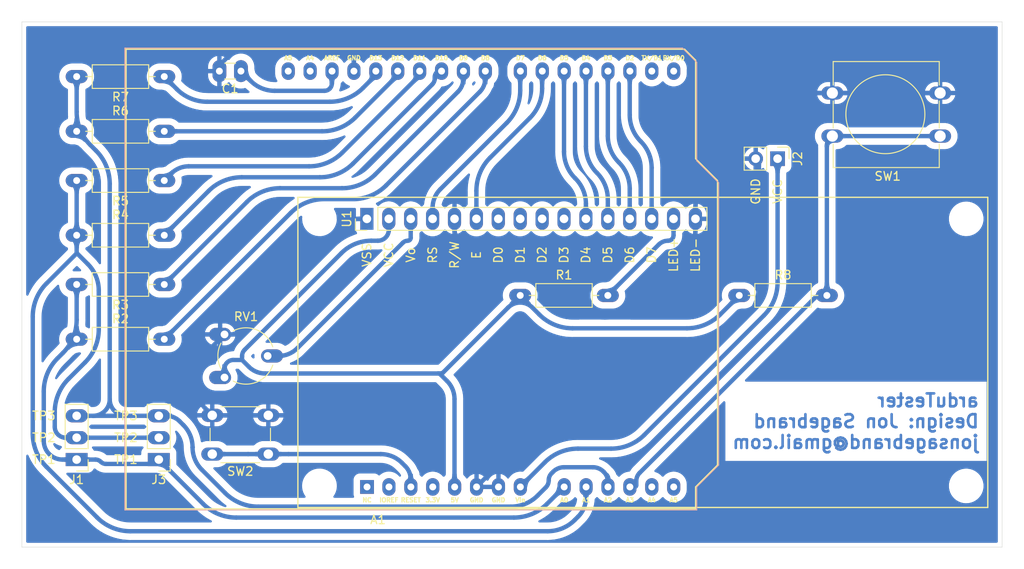
<source format=kicad_pcb>
(kicad_pcb (version 20240108) (generator "pcbnew") (generator_version "8.0")
  (layers (0 "F.Cu" signal) (31 "B.Cu" signal) (34 "B.Paste" user) (35 "F.Paste" user) (36 "B.SilkS" user "B.Silkscreen") (37 "F.SilkS" user "F.Silkscreen") (38 "B.Mask" user) (39 "F.Mask" user) (44 "Edge.Cuts" user))
  (net 0 "")
  (net 1 "Net-(A1-Pad30)")
  (net 2 "Net-(A1-Pad28)")
  (net 3 "+5V")
  (net 4 "Net-(A1-Pad27)")
  (net 5 "TP3")
  (net 6 "Net-(A1-Pad26)")
  (net 7 "TP2")
  (net 8 "Net-(A1-Pad25)")
  (net 9 "TP1")
  (net 10 "Net-(A1-Pad24)")
  (net 11 "Net-(A1-Pad8)")
  (net 12 "Net-(A1-Pad23)")
  (net 13 "Net-(A1-Pad22)")
  (net 14 "Net-(A1-Pad21)")
  (net 15 "Net-(A1-Pad20)")
  (net 16 "Net-(A1-Pad19)")
  (net 17 "Net-(A1-Pad3)")
  (net 18 "Net-(A1-Pad18)")
  (net 19 "Net-(A1-Pad17)")
  (net 20 "GND")
  (net 21 "Net-(R1-Pad2)")
  (net 22 "Net-(RV1-Pad2)")
  (net 27 "Net-(A1-Pad12)")
  (footprint "My_Arduino:Arduino_UNO_R3_shield_large" (layer "F.Cu") (at 173.122488 63.5)
    (property "Reference" "A1")
    (property "Value" "Arduino_UNO_R3")
  )
  (footprint "My_Headers:3-pin_test_header_large" (layer "F.Cu") (at 148.59 108.585 180)
    (property "Reference" "J1")
    (property "Value" "3-pin_test_header" (hide yes))
  )
  (footprint "My_Headers:2-pin_power_input_header" (layer "F.Cu") (at 229.87 73.66 -90)
    (property "Reference" "J2")
    (property "Value" "2-pin_power_input_header" (hide yes))
  )
  (footprint "My_Headers:3-pin_test_header_large" (layer "F.Cu") (at 158.115 108.585 180)
    (property "Reference" "J3")
    (property "Value" "3-pin_test_header" (hide yes))
  )
  (footprint "My_Misc:R_Axial_DIN0207_L6.3mm_D2.5mm_P10.16mm_Horizontal_larger_pads" (layer "F.Cu") (at 200.025 89.535)
    (property "Reference" "R1")
    (property "Value" "220R" (hide yes))
  )
  (footprint "My_Misc:R_Axial_DIN0207_L6.3mm_D2.5mm_P10.16mm_Horizontal_larger_pads" (layer "F.Cu") (at 148.59 94.615)
    (property "Reference" "R2")
    (property "Value" "680R" (hide yes))
  )
  (footprint "My_Misc:R_Axial_DIN0207_L6.3mm_D2.5mm_P10.16mm_Horizontal_larger_pads" (layer "F.Cu") (at 158.75 88.265 180)
    (property "Reference" "R3")
    (property "Value" "470k" (hide yes))
  )
  (footprint "My_Misc:R_Axial_DIN0207_L6.3mm_D2.5mm_P10.16mm_Horizontal_larger_pads" (layer "F.Cu") (at 148.59 82.55)
    (property "Reference" "R4")
    (property "Value" "680R" (hide yes))
  )
  (footprint "My_Misc:R_Axial_DIN0207_L6.3mm_D2.5mm_P10.16mm_Horizontal_larger_pads" (layer "F.Cu") (at 158.75 76.2 180)
    (property "Reference" "R5")
    (property "Value" "470k" (hide yes))
  )
  (footprint "My_Misc:R_Axial_DIN0207_L6.3mm_D2.5mm_P10.16mm_Horizontal_larger_pads" (layer "F.Cu") (at 148.59 70.485)
    (property "Reference" "R6")
    (property "Value" "680R" (hide yes))
  )
  (footprint "My_Misc:R_Axial_DIN0207_L6.3mm_D2.5mm_P10.16mm_Horizontal_larger_pads" (layer "F.Cu") (at 158.75 64.135 180)
    (property "Reference" "R7")
    (property "Value" "470k" (hide yes))
  )
  (footprint "My_Misc:Potentiometer_Piher_PT-6-V_Vertical_larger_pads" (layer "F.Cu") (at 165.735 99.06)
    (property "Reference" "RV1")
    (property "Value" "10k")
  )
  (footprint "My_Misc:SW_PUSH-12mm_large" (layer "F.Cu") (at 248.72 71.04 180)
    (property "Reference" "SW1")
    (property "Value" "SW_Push")
  )
  (footprint "My_Parts:LCD_HD44780_16x2_w_headers_large" (layer "F.Cu") (at 182.245 80.645)
    (property "Reference" "U1")
    (property "Value" "LCD_HD44780" (hide yes))
  )
  (footprint "My_Misc:R_Axial_DIN0207_L6.3mm_D2.5mm_P10.16mm_Horizontal_larger_pads" (layer "F.Cu") (at 225.425 89.535)
    (property "Reference" "R8")
    (property "Value" "10k" (hide yes))
  )
  (footprint "My_Misc:SW_PUSH_6mm_large" (layer "F.Cu") (at 170.815 107.95 180)
    (property "Reference" "SW2")
    (property "Value" "SW_Push")
  )
  (footprint "My_Misc:C_Disc_D3.0mm_W1.6mm_P2.50mm_larg" (layer "F.Cu") (at 167.64 63.5 180)
    (property "Reference" "C1")
    (property "Value" "1n")
  )
  (gr_line (start 142.24 57.785) (end 142.24 118.745) (stroke (width 0.05)) (layer "Edge.Cuts"))
  (gr_line (start 255.905 57.785) (end 142.24 57.785) (stroke (width 0.05)) (layer "Edge.Cuts"))
  (gr_line (start 255.905 118.745) (end 255.905 57.785) (stroke (width 0.05)) (layer "Edge.Cuts"))
  (gr_line (start 142.24 118.745) (end 255.905 118.745) (stroke (width 0.05)) (layer "Edge.Cuts"))
  (gr_text "arduTester\nDesign: Jon Sagebrand\njonsagebrand@gmail.com" (at 253.365 104.14 0) (layer "B.Cu") (effects (font (size 1.5 1.5) (thickness 0.3)) (justify left mirror)))
  (segment (start 168.783005 64.643005) (end 167.64 63.5) (width 0.508) (layer "B.Cu") (net 1))
  (segment (start 178.185 64.918782) (end 178.185 63.5) (width 0.508) (layer "B.Cu") (net 1))
  (segment (start 177.317772 65.78601) (end 171.542463 65.78601) (width 0.508) (layer "B.Cu") (net 1))
  (arc (start 168.783005 64.643005) (mid 170.049055 65.488952) (end 171.542463 65.78601) (width 0.508) (layer "B.Cu") (net 1))
  (arc (start 177.930995 65.532005) (mid 177.649646 65.719996) (end 177.317772 65.78601) (width 0.508) (layer "B.Cu") (net 1))
  (arc (start 178.185 64.918782) (mid 178.118986 65.250656) (end 177.930995 65.532005) (width 0.508) (layer "B.Cu") (net 1))
  (segment (start 183.515 63.298742) (end 183.515 62.865) (width 0.508) (layer "B.Cu") (net 2))
  (segment (start 183.208297 64.039187) (end 181.785257 65.462227) (width 0.508) (layer "B.Cu") (net 2))
  (segment (start 160.21051 65.59551) (end 158.75 64.135) (width 0.508) (layer "B.Cu") (net 2))
  (segment (start 163.736493 67.05602) (end 177.937501 67.05602) (width 0.508) (layer "B.Cu") (net 2))
  (arc (start 181.785257 65.462227) (mid 180.019891 66.641806) (end 177.937501 67.05602) (width 0.508) (layer "B.Cu") (net 2))
  (arc (start 183.515 63.298742) (mid 183.43529 63.699468) (end 183.208297 64.039187) (width 0.508) (layer "B.Cu") (net 2))
  (arc (start 160.21051 65.59551) (mid 161.828244 66.676445) (end 163.736493 67.05602) (width 0.508) (layer "B.Cu") (net 2))
  (segment (start 168.5535 97.8095) (end 167.7706 97.0266) (width 0.508) (layer "B.Cu") (net 3))
  (segment (start 184.785 81.91515) (end 184.785 80.645) (width 0.508) (layer "B.Cu") (net 3))
  (segment (start 183.51485 83.1853) (end 182.75625 83.1853) (width 0.508) (layer "B.Cu") (net 3))
  (segment (start 219.358126 93.34791) (end 206.091873 93.34791) (width 0.508) (layer "B.Cu") (net 3))
  (segment (start 192.405 101.55789) (end 192.405 111.76) (width 0.508) (layer "B.Cu") (net 3))
  (segment (start 170.446243 98.5935) (end 190.5195 98.5935) (width 0.508) (layer "B.Cu") (net 3))
  (segment (start 190.773858 98.698858) (end 191.53675 99.46175) (width 0.508) (layer "B.Cu") (net 3))
  (segment (start 190.5195 98.5935) (end 190.8175 98.5935) (width 0.508) (layer "B.Cu") (net 3))
  (segment (start 223.205882 91.754117) (end 225.425 89.535) (width 0.508) (layer "B.Cu") (net 3))
  (segment (start 191.071858 98.488141) (end 198.610787 90.949212) (width 0.508) (layer "B.Cu") (net 3))
  (segment (start 167.765744 97.0277) (end 166.75115 97.0277) (width 0.508) (layer "B.Cu") (net 3))
  (segment (start 165.735 98.04385) (end 165.735 99.06) (width 0.508) (layer "B.Cu") (net 3))
  (segment (start 168.081404 95.831395) (end 179.292957 84.619842) (width 0.508) (layer "B.Cu") (net 3))
  (segment (start 167.7695 96.5844) (end 167.7695 97.023944) (width 0.508) (layer "B.Cu") (net 3))
  (segment (start 202.244117 91.754117) (end 201.439212 90.949212) (width 0.508) (layer "B.Cu") (net 3))
  (arc (start 202.244117 91.754117) (mid 204.009482 92.933696) (end 206.091873 93.34791) (width 0.508) (layer "B.Cu") (net 3))
  (arc (start 184.785 81.91515) (mid 184.412981 82.813281) (end 183.51485 83.1853) (width 0.508) (layer "B.Cu") (net 3))
  (arc (start 190.773858 98.698858) (mid 190.657157 98.620881) (end 190.5195 98.5935) (width 0.508) (layer "B.Cu") (net 3))
  (arc (start 167.7684 97.0266) (mid 167.769214 97.025381) (end 167.7695 97.023944) (width 0.508) (layer "B.Cu") (net 3))
  (arc (start 167.7684 97.0266) (mid 167.767181 97.027414) (end 167.765744 97.0277) (width 0.508) (layer "B.Cu") (net 3))
  (arc (start 168.5535 97.8095) (mid 169.421897 98.389745) (end 170.446243 98.5935) (width 0.508) (layer "B.Cu") (net 3))
  (arc (start 191.071858 98.488141) (mid 190.955157 98.566118) (end 190.8175 98.5935) (width 0.508) (layer "B.Cu") (net 3))
  (arc (start 167.7706 97.0266) (mid 167.7695 97.026144) (end 167.7684 97.0266) (width 0.508) (layer "B.Cu") (net 3))
  (arc (start 201.439212 90.949212) (mid 200.024999 90.363426) (end 198.610787 90.949212) (width 0.508) (layer "B.Cu") (net 3))
  (arc (start 190.8175 98.5935) (mid 190.760479 98.631599) (end 190.773858 98.698858) (width 0.508) (layer "B.Cu") (net 3))
  (arc (start 223.205882 91.754117) (mid 221.440516 92.933696) (end 219.358126 93.34791) (width 0.508) (layer "B.Cu") (net 3))
  (arc (start 168.081404 95.831395) (mid 167.850561 96.176876) (end 167.7695 96.5844) (width 0.508) (layer "B.Cu") (net 3))
  (arc (start 182.75625 83.1853) (mid 180.881929 83.558125) (end 179.292957 84.619842) (width 0.508) (layer "B.Cu") (net 3))
  (arc (start 167.7695 97.023944) (mid 167.769785 97.025381) (end 167.7706 97.0266) (width 0.508) (layer "B.Cu") (net 3))
  (arc (start 166.75115 97.0277) (mid 166.032623 97.325323) (end 165.735 98.04385) (width 0.508) (layer "B.Cu") (net 3))
  (arc (start 191.53675 99.46175) (mid 192.179349 100.423467) (end 192.405 101.55789) (width 0.508) (layer "B.Cu") (net 3))
  (segment (start 185.748297 64.039187) (end 180.896277 68.891207) (width 0.508) (layer "B.Cu") (net 4))
  (segment (start 177.048521 70.485) (end 158.75 70.485) (width 0.508) (layer "B.Cu") (net 4))
  (segment (start 186.055 63.298742) (end 186.055 62.865) (width 0.508) (layer "B.Cu") (net 4))
  (arc (start 186.055 63.298742) (mid 185.97529 63.699468) (end 185.748297 64.039187) (width 0.508) (layer "B.Cu") (net 4))
  (arc (start 180.896277 68.891207) (mid 179.130911 70.070786) (end 177.048521 70.485) (width 0.508) (layer "B.Cu") (net 4))
  (segment (start 159.004 103.505) (end 157.226 103.505) (width 0.508) (layer "B.Cu") (net 5))
  (segment (start 160.521617 104.133617) (end 160.960995 104.572995) (width 0.508) (layer "B.Cu") (net 5))
  (segment (start 209.676995 109.981995) (end 209.735987 110.040987) (width 0.508) (layer "B.Cu") (net 5))
  (segment (start 150.50705 103.505) (end 148.59 103.505) (width 0.508) (layer "B.Cu") (net 5))
  (segment (start 210.185 111.125) (end 210.185 111.76) (width 0.508) (layer "B.Cu") (net 5))
  (segment (start 150.183792 72.078792) (end 150.830307 72.725307) (width 0.508) (layer "B.Cu") (net 5))
  (segment (start 202.985821 111.821663) (end 202.044232 112.763252) (width 0.508) (layer "B.Cu") (net 5))
  (segment (start 203.668158 110.174356) (end 203.847757 109.994757) (width 0.508) (layer "B.Cu") (net 5))
  (segment (start 169.642488 114.04601) (end 198.947381 114.04601) (width 0.508) (layer "B.Cu") (net 5))
  (segment (start 154.34115 103.505) (end 150.50705 103.505) (width 0.508) (layer "B.Cu") (net 5))
  (segment (start 154.34115 103.505) (end 157.226 103.505) (width 0.508) (layer "B.Cu") (net 5))
  (segment (start 148.59 68.231036) (end 148.59 64.135) (width 0.508) (layer "B.Cu") (net 5))
  (segment (start 162.02899 107.163732) (end 162.02899 107.151363) (width 0.508) (layer "B.Cu") (net 5))
  (segment (start 165.794732 112.452217) (end 163.105731 109.763216) (width 0.508) (layer "B.Cu") (net 5))
  (segment (start 152.4241 101.58795) (end 152.4241 76.573063) (width 0.508) (layer "B.Cu") (net 5))
  (segment (start 208.450562 109.47399) (end 205.105001 109.47399) (width 0.508) (layer "B.Cu") (net 5))
  (arc (start 205.105001 109.47399) (mid 204.424585 109.609332) (end 203.847757 109.994757) (width 0.508) (layer "B.Cu") (net 5))
  (arc (start 203.668158 110.174356) (mid 203.415656 110.552251) (end 203.32699 110.99801) (width 0.508) (layer "B.Cu") (net 5))
  (arc (start 150.50705 103.505) (mid 151.862609 102.943509) (end 152.4241 101.58795) (width 0.508) (layer "B.Cu") (net 5))
  (arc (start 165.794732 112.452217) (mid 167.560097 113.631796) (end 169.642488 114.04601) (width 0.508) (layer "B.Cu") (net 5))
  (arc (start 202.044232 112.763252) (mid 200.623385 113.712632) (end 198.947381 114.04601) (width 0.508) (layer "B.Cu") (net 5))
  (arc (start 150.830307 72.725307) (mid 152.009886 74.490672) (end 152.4241 76.573063) (width 0.508) (layer "B.Cu") (net 5))
  (arc (start 203.32699 110.99801) (mid 203.238323 111.443767) (end 202.985821 111.821663) (width 0.508) (layer "B.Cu") (net 5))
  (arc (start 209.676995 109.981995) (mid 209.114302 109.606016) (end 208.450562 109.47399) (width 0.508) (layer "B.Cu") (net 5))
  (arc (start 160.521617 104.133617) (mid 159.825328 103.668372) (end 159.004 103.505) (width 0.508) (layer "B.Cu") (net 5))
  (arc (start 148.59 68.231036) (mid 149.004213 70.313426) (end 150.183792 72.078792) (width 0.508) (layer "B.Cu") (net 5))
  (arc (start 209.735987 110.040987) (mid 210.068305 110.538336) (end 210.185 111.125) (width 0.508) (layer "B.Cu") (net 5))
  (arc (start 152.4241 101.58795) (mid 152.98559 102.943509) (end 154.34115 103.505) (width 0.508) (layer "B.Cu") (net 5))
  (arc (start 160.960995 104.572995) (mid 161.751427 105.75596) (end 162.02899 107.151363) (width 0.508) (layer "B.Cu") (net 5))
  (arc (start 162.02899 107.163732) (mid 162.308825 108.570562) (end 163.105731 109.763216) (width 0.508) (layer "B.Cu") (net 5))
  (segment (start 188.165394 64.187605) (end 179.397823 72.955176) (width 0.508) (layer "B.Cu") (net 6))
  (segment (start 188.345 63.754) (end 188.345 63.5) (width 0.508) (layer "B.Cu") (net 6))
  (segment (start 161.568486 74.548969) (end 175.550067 74.548969) (width 0.508) (layer "B.Cu") (net 6))
  (segment (start 159.575515 75.374484) (end 158.75 76.2) (width 0.508) (layer "B.Cu") (net 6))
  (arc (start 179.397823 72.955176) (mid 177.632457 74.134755) (end 175.550067 74.548969) (width 0.508) (layer "B.Cu") (net 6))
  (arc (start 188.345 63.754) (mid 188.298321 63.988665) (end 188.165394 64.187605) (width 0.508) (layer "B.Cu") (net 6))
  (arc (start 161.568486 74.548969) (mid 160.489898 74.763513) (end 159.575515 75.374484) (width 0.508) (layer "B.Cu") (net 6))
  (segment (start 146.0497 103.073163) (end 146.0497 104.77485) (width 0.508) (layer "B.Cu") (net 7))
  (segment (start 151.1537 93.461236) (end 151.1537 88.962251) (width 0.508) (layer "B.Cu") (net 7))
  (segment (start 148.60185 84.61435) (end 148.62555 84.63805) (width 0.508) (layer "B.Cu") (net 7))
  (segment (start 148.59 84.585741) (end 148.59 83.57625) (width 0.508) (layer "B.Cu") (net 7))
  (segment (start 148.601849 84.638049) (end 145.092192 88.147707) (width 0.508) (layer "B.Cu") (net 7))
  (segment (start 148.59 81.52375) (end 148.59 76.2) (width 0.508) (layer "B.Cu") (net 7))
  (segment (start 148.59 81.52375) (end 148.59 83.57625) (width 0.508) (layer "B.Cu") (net 7))
  (segment (start 206.344049 115.601249) (end 206.746868 115.198431) (width 0.508) (layer "B.Cu") (net 7))
  (segment (start 149.86015 106.045) (end 158.115 106.045) (width 0.508) (layer "B.Cu") (net 7))
  (segment (start 143.4984 105.586336) (end 143.4984 91.995463) (width 0.508) (layer "B.Cu") (net 7))
  (segment (start 207.645 113.03015) (end 207.645 111.76) (width 0.508) (layer "B.Cu") (net 7))
  (segment (start 149.559906 97.308992) (end 147.643492 99.225407) (width 0.508) (layer "B.Cu") (net 7))
  (segment (start 150.966507 115.308407) (end 145.092192 109.434092) (width 0.508) (layer "B.Cu") (net 7))
  (segment (start 154.814263 116.9022) (end 203.203278 116.9022) (width 0.508) (layer "B.Cu") (net 7))
  (segment (start 148.62555 84.63805) (end 149.8837 85.8962) (width 0.508) (layer "B.Cu") (net 7))
  (segment (start 149.86015 106.045) (end 147.31985 106.045) (width 0.508) (layer "B.Cu") (net 7))
  (arc (start 148.62555 84.63805) (mid 148.613699 84.633141) (end 148.601849 84.638049) (width 0.508) (layer "B.Cu") (net 7))
  (arc (start 150.966507 115.308407) (mid 152.731872 116.487986) (end 154.814263 116.9022) (width 0.508) (layer "B.Cu") (net 7))
  (arc (start 148.59 84.585741) (mid 148.593079 84.601224) (end 148.60185 84.61435) (width 0.508) (layer "B.Cu") (net 7))
  (arc (start 143.4984 105.586336) (mid 143.912613 107.668726) (end 145.092192 109.434092) (width 0.508) (layer "B.Cu") (net 7))
  (arc (start 207.645 113.03015) (mid 207.411583 114.203615) (end 206.746868 115.198431) (width 0.508) (layer "B.Cu") (net 7))
  (arc (start 146.0497 104.77485) (mid 146.421718 105.672981) (end 147.31985 106.045) (width 0.508) (layer "B.Cu") (net 7))
  (arc (start 149.8837 85.8962) (mid 150.823637 87.302916) (end 151.1537 88.962251) (width 0.508) (layer "B.Cu") (net 7))
  (arc (start 206.344049 115.601249) (mid 204.903051 116.564093) (end 203.203278 116.9022) (width 0.508) (layer "B.Cu") (net 7))
  (arc (start 148.601849 84.638049) (mid 148.60754 84.626199) (end 148.60185 84.61435) (width 0.508) (layer "B.Cu") (net 7))
  (arc (start 147.643492 99.225407) (mid 146.463913 100.990772) (end 146.0497 103.073163) (width 0.508) (layer "B.Cu") (net 7))
  (arc (start 145.092192 88.147707) (mid 143.912613 89.913072) (end 143.4984 91.995463) (width 0.508) (layer "B.Cu") (net 7))
  (arc (start 151.1537 93.461236) (mid 150.739486 95.543626) (end 149.559906 97.308992) (width 0.508) (layer "B.Cu") (net 7))
  (segment (start 163.887228 77.412771) (end 158.75 82.55) (width 0.508) (layer "B.Cu") (net 8))
  (segment (start 190.6925 63.5) (end 190.885 63.5) (width 0.508) (layer "B.Cu") (net 8))
  (segment (start 190.12301 64.310732) (end 190.12301 64.143562) (width 0.508) (layer "B.Cu") (net 8))
  (segment (start 180.642298 74.225186) (end 189.816307 65.051177) (width 0.508) (layer "B.Cu") (net 8))
  (segment (start 176.794542 75.818979) (end 167.734984 75.818979) (width 0.508) (layer "B.Cu") (net 8))
  (segment (start 190.363881 63.636118) (end 190.311505 63.688495) (width 0.508) (layer "B.Cu") (net 8))
  (arc (start 180.642298 74.225186) (mid 178.876932 75.404765) (end 176.794542 75.818979) (width 0.508) (layer "B.Cu") (net 8))
  (arc (start 190.6925 63.5) (mid 190.514652 63.535375) (end 190.363881 63.636118) (width 0.508) (layer "B.Cu") (net 8))
  (arc (start 190.12301 64.310732) (mid 190.0433 64.711458) (end 189.816307 65.051177) (width 0.508) (layer "B.Cu") (net 8))
  (arc (start 190.311505 63.688495) (mid 190.171998 63.897281) (end 190.12301 64.143562) (width 0.508) (layer "B.Cu") (net 8))
  (arc (start 167.734984 75.818979) (mid 165.652593 76.233192) (end 163.887228 77.412771) (width 0.508) (layer "B.Cu") (net 8))
  (segment (start 146.368892 96.836106) (end 146.996207 96.208792) (width 0.508) (layer "B.Cu") (net 9))
  (segment (start 157.861 109.093) (end 151.99751 109.093) (width 0.508) (layer "B.Cu") (net 9))
  (segment (start 203.142772 113.722227) (end 205.105 111.76) (width 0.508) (layer "B.Cu") (net 9))
  (segment (start 167.099983 115.31602) (end 199.295016 115.31602) (width 0.508) (layer "B.Cu") (net 9))
  (segment (start 148.59 92.361036) (end 148.59 88.265) (width 0.508) (layer "B.Cu") (net 9))
  (segment (start 144.7751 100.683863) (end 144.7751 106.409121) (width 0.508) (layer "B.Cu") (net 9))
  (segment (start 147.31985 108.585) (end 146.950978 108.585) (width 0.508) (layer "B.Cu") (net 9))
  (segment (start 150.771089 108.585) (end 149.86015 108.585) (width 0.508) (layer "B.Cu") (net 9))
  (segment (start 163.252227 113.722227) (end 158.294605 108.764605) (width 0.508) (layer "B.Cu") (net 9))
  (segment (start 149.86015 108.585) (end 147.31985 108.585) (width 0.508) (layer "B.Cu") (net 9))
  (arc (start 163.252227 113.722227) (mid 165.017592 114.901806) (end 167.099983 115.31602) (width 0.508) (layer "B.Cu") (net 9))
  (arc (start 158.115 108.839) (mid 158.040605 109.018605) (end 157.861 109.093) (width 0.508) (layer "B.Cu") (net 9))
  (arc (start 148.59 92.361036) (mid 148.175786 94.443426) (end 146.996207 96.208792) (width 0.508) (layer "B.Cu") (net 9))
  (arc (start 145.4124 107.9477) (mid 146.118305 108.419371) (end 146.950978 108.585) (width 0.508) (layer "B.Cu") (net 9))
  (arc (start 151.3843 108.839) (mid 151.665643 109.026987) (end 151.99751 109.093) (width 0.508) (layer "B.Cu") (net 9))
  (arc (start 151.3843 108.839) (mid 151.102956 108.651012) (end 150.771089 108.585) (width 0.508) (layer "B.Cu") (net 9))
  (arc (start 158.294605 108.764605) (mid 158.179947 108.741798) (end 158.115 108.839) (width 0.508) (layer "B.Cu") (net 9))
  (arc (start 146.368892 96.836106) (mid 145.189313 98.601472) (end 144.7751 100.683863) (width 0.508) (layer "B.Cu") (net 9))
  (arc (start 144.7751 106.409121) (mid 144.940728 107.241794) (end 145.4124 107.9477) (width 0.508) (layer "B.Cu") (net 9))
  (arc (start 203.142772 113.722227) (mid 201.377406 114.901806) (end 199.295016 115.31602) (width 0.508) (layer "B.Cu") (net 9))
  (segment (start 168.332218 78.682781) (end 158.75 88.265) (width 0.508) (layer "B.Cu") (net 10))
  (segment (start 172.179974 77.088989) (end 179.360047 77.088989) (width 0.508) (layer "B.Cu") (net 10))
  (segment (start 193.425 64.389) (end 193.425 63.5) (width 0.508) (layer "B.Cu") (net 10))
  (segment (start 183.207803 75.495196) (end 192.796382 65.906617) (width 0.508) (layer "B.Cu") (net 10))
  (arc (start 183.207803 75.495196) (mid 181.442437 76.674775) (end 179.360047 77.088989) (width 0.508) (layer "B.Cu") (net 10))
  (arc (start 172.179974 77.088989) (mid 170.097583 77.503202) (end 168.332218 78.682781) (width 0.508) (layer "B.Cu") (net 10))
  (arc (start 193.425 64.389) (mid 193.261627 65.210328) (end 192.796382 65.906617) (width 0.508) (layer "B.Cu") (net 10))
  (segment (start 206.723963 107.315) (end 210.570382 107.315) (width 0.508) (layer "B.Cu") (net 11))
  (segment (start 228.276207 91.863138) (end 214.418138 105.721207) (width 0.508) (layer "B.Cu") (net 11))
  (segment (start 229.87 88.015382) (end 229.87 73.66) (width 0.508) (layer "B.Cu") (net 11))
  (segment (start 202.876207 108.908792) (end 200.025 111.76) (width 0.508) (layer "B.Cu") (net 11))
  (arc (start 229.87 88.015382) (mid 229.455786 90.097772) (end 228.276207 91.863138) (width 0.508) (layer "B.Cu") (net 11))
  (arc (start 206.723963 107.315) (mid 204.641572 107.729213) (end 202.876207 108.908792) (width 0.508) (layer "B.Cu") (net 11))
  (arc (start 214.418138 105.721207) (mid 212.652772 106.900786) (end 210.570382 107.315) (width 0.508) (layer "B.Cu") (net 11))
  (segment (start 195.336382 65.906617) (end 184.477793 76.765206) (width 0.508) (layer "B.Cu") (net 12))
  (segment (start 195.965 64.389) (end 195.965 63.5) (width 0.508) (layer "B.Cu") (net 12))
  (segment (start 173.412208 79.952791) (end 158.75 94.615) (width 0.508) (layer "B.Cu") (net 12))
  (segment (start 180.630037 78.358999) (end 177.259964 78.358999) (width 0.508) (layer "B.Cu") (net 12))
  (arc (start 184.477793 76.765206) (mid 182.712427 77.944785) (end 180.630037 78.358999) (width 0.508) (layer "B.Cu") (net 12))
  (arc (start 177.259964 78.358999) (mid 175.177573 78.773212) (end 173.412208 79.952791) (width 0.508) (layer "B.Cu") (net 12))
  (arc (start 195.965 64.389) (mid 195.801627 65.210328) (end 195.336382 65.906617) (width 0.508) (layer "B.Cu") (net 12))
  (segment (start 189.865 79.37485) (end 189.865 80.645) (width 0.508) (layer "B.Cu") (net 13))
  (segment (start 190.763131 77.206568) (end 198.453561 69.516138) (width 0.508) (layer "B.Cu") (net 13))
  (segment (start 200.025 65.72235) (end 200.025 63.5) (width 0.508) (layer "B.Cu") (net 13))
  (arc (start 190.763131 77.206568) (mid 190.098416 78.201384) (end 189.865 79.37485) (width 0.508) (layer "B.Cu") (net 13))
  (arc (start 200.025 65.72235) (mid 199.616596 67.775533) (end 198.453561 69.516138) (width 0.508) (layer "B.Cu") (net 13))
  (segment (start 194.945 77.390363) (end 194.945 80.645) (width 0.508) (layer "B.Cu") (net 14))
  (segment (start 201.144988 68.936411) (end 196.538792 73.542607) (width 0.508) (layer "B.Cu") (net 14))
  (segment (start 202.565 65.5082) (end 202.565 63.5) (width 0.508) (layer "B.Cu") (net 14))
  (arc (start 202.565 65.5082) (mid 202.19595 67.363534) (end 201.144988 68.936411) (width 0.508) (layer "B.Cu") (net 14))
  (arc (start 196.538792 73.542607) (mid 195.359213 75.307972) (end 194.945 77.390363) (width 0.508) (layer "B.Cu") (net 14))
  (segment (start 205.105 72.843948) (end 205.105 63.5) (width 0.508) (layer "B.Cu") (net 15))
  (segment (start 207.645 78.9125) (end 207.645 80.645) (width 0.508) (layer "B.Cu") (net 15))
  (segment (start 206.375 75.91) (end 206.419937 75.954937) (width 0.508) (layer "B.Cu") (net 15))
  (arc (start 205.105 72.843948) (mid 205.435062 74.503283) (end 206.375 75.91) (width 0.508) (layer "B.Cu") (net 15))
  (arc (start 206.419937 75.954937) (mid 207.326616 77.311878) (end 207.645 78.9125) (width 0.508) (layer "B.Cu") (net 15))
  (segment (start 210.185 78.367251) (end 210.185 80.645) (width 0.508) (layer "B.Cu") (net 16))
  (segment (start 207.645 72.235148) (end 207.645 63.5) (width 0.508) (layer "B.Cu") (net 16))
  (arc (start 207.645 72.235148) (mid 207.975062 73.894483) (end 208.915 75.3012) (width 0.508) (layer "B.Cu") (net 16))
  (arc (start 208.915 75.3012) (mid 209.854937 76.707916) (end 210.185 78.367251) (width 0.508) (layer "B.Cu") (net 16))
  (segment (start 173.158144 107.95) (end 168.471856 107.95) (width 0.508) (layer "B.Cu") (net 17))
  (segment (start 186.696382 109.353382) (end 186.309 108.966) (width 0.508) (layer "B.Cu") (net 17))
  (segment (start 173.158144 107.95) (end 183.856159 107.95) (width 0.508) (layer "B.Cu") (net 17))
  (segment (start 187.325 110.871) (end 187.325 111.76) (width 0.508) (layer "B.Cu") (net 17))
  (segment (start 168.471856 107.95) (end 164.315 107.95) (width 0.508) (layer "B.Cu") (net 17))
  (arc (start 186.309 108.966) (mid 185.183626 108.214049) (end 183.856159 107.95) (width 0.508) (layer "B.Cu") (net 17))
  (arc (start 186.696382 109.353382) (mid 187.161627 110.049671) (end 187.325 110.871) (width 0.508) (layer "B.Cu") (net 17))
  (segment (start 212.725 77.149751) (end 212.725 80.645) (width 0.508) (layer "B.Cu") (net 18))
  (segment (start 210.185 71.017648) (end 210.185 63.5) (width 0.508) (layer "B.Cu") (net 18))
  (arc (start 210.185 71.017648) (mid 210.515062 72.676983) (end 211.455 74.0837) (width 0.508) (layer "B.Cu") (net 18))
  (arc (start 211.455 74.0837) (mid 212.394937 75.490416) (end 212.725 77.149751) (width 0.508) (layer "B.Cu") (net 18))
  (segment (start 215.265 74.714751) (end 215.265 80.645) (width 0.508) (layer "B.Cu") (net 19))
  (segment (start 212.725 68.582648) (end 212.725 63.5) (width 0.508) (layer "B.Cu") (net 19))
  (arc (start 213.995 71.6487) (mid 214.934937 73.055416) (end 215.265 74.714751) (width 0.508) (layer "B.Cu") (net 19))
  (arc (start 212.725 68.582648) (mid 213.055062 70.241983) (end 213.995 71.6487) (width 0.508) (layer "B.Cu") (net 19))
  (segment (start 167.575561 93.579238) (end 179.896314 81.258485) (width 0.508) (layer "B.Cu") (net 20))
  (segment (start 227.060591 73.66) (end 226.05985 73.66) (width 0.508) (layer "B.Cu") (net 20))
  (segment (start 192.405 81.9292) (end 192.405 80.68715) (width 0.508) (layer "B.Cu") (net 20))
  (segment (start 166.780793 61.184206) (end 165.378648 62.586351) (width 0.508) (layer "B.Cu") (net 20))
  (segment (start 165.254238 94.540761) (end 164.1845 95.6105) (width 0.508) (layer "B.Cu") (net 20))
  (segment (start 227.33 69.999) (end 227.33 70.66315) (width 0.508) (layer "B.Cu") (net 20))
  (segment (start 166.6878 60.9597) (end 167.3228 60.9597) (width 0.508) (layer "B.Cu") (net 20))
  (segment (start 233.393963 66.04) (end 233.876856 66.04) (width 0.508) (layer "B.Cu") (net 20))
  (segment (start 170.721109 103.45) (end 165.503646 103.45) (width 0.508) (layer "B.Cu") (net 20))
  (segment (start 200.932392 84.779092) (end 207.092333 90.939033) (width 0.508) (layer "B.Cu") (net 20))
  (segment (start 192.405 80.65905) (end 192.405 80.68715) (width 0.508) (layer "B.Cu") (net 20))
  (segment (start 208.755963 100.965) (end 215.124318 100.965) (width 0.508) (layer "B.Cu") (net 20))
  (segment (start 227.33 71.41685) (end 227.33 72.17055) (width 0.508) (layer "B.Cu") (net 20))
  (segment (start 167.9578 60.9597) (end 167.3228 60.9597) (width 0.508) (layer "B.Cu") (net 20))
  (segment (start 220.345 79.37485) (end 220.345 81.91515) (width 0.508) (layer "B.Cu") (net 20))
  (segment (start 167.9578 60.9597) (end 180.5662 60.9597) (width 0.508) (layer "B.Cu") (net 20))
  (segment (start 223.891568 74.558131) (end 221.243131 77.206568) (width 0.508) (layer "B.Cu") (net 20))
  (segment (start 192.405 80.65905) (end 192.405 80.645) (width 0.508) (layer "B.Cu") (net 20))
  (segment (start 156.1969 64.576035) (end 156.1969 94.629872) (width 0.508) (layer "B.Cu") (net 20))
  (segment (start 227.435358 69.744641) (end 229.546207 67.633792) (width 0.508) (layer "B.Cu") (net 20))
  (segment (start 193.6611 83.1853) (end 197.084636 83.1853) (width 0.508) (layer "B.Cu") (net 20))
  (segment (start 227.711001 74.310409) (end 227.711001 88.378317) (width 0.508) (layer "B.Cu") (net 20))
  (segment (start 180.725 61.1185) (end 180.725 61.4361) (width 0.508) (layer "B.Cu") (net 20))
  (segment (start 216.483736 60.9597) (end 180.8838 60.9597) (width 0.508) (layer "B.Cu") (net 20))
  (segment (start 181.3774 80.645) (end 182.245 80.645) (width 0.508) (layer "B.Cu") (net 20))
  (segment (start 162.634 100.580353) (end 162.634 99.160998) (width 0.508) (layer "B.Cu") (net 20))
  (segment (start 238.563144 66.04) (end 248.72 66.04) (width 0.508) (layer "B.Cu") (net 20))
  (segment (start 218.972074 99.371207) (end 226.117208 92.226073) (width 0.508) (layer "B.Cu") (net 20))
  (segment (start 238.563144 66.04) (end 233.876856 66.04) (width 0.508) (layer "B.Cu") (net 20))
  (segment (start 204.908207 102.558792) (end 197.754407 109.712592) (width 0.508) (layer "B.Cu") (net 20))
  (segment (start 227.33 70.66315) (end 227.33 71.41685) (width 0.508) (layer "B.Cu") (net 20))
  (segment (start 227.33 73.390591) (end 227.33 72.17055) (width 0.508) (layer "B.Cu") (net 20))
  (segment (start 180.5662 60.9597) (end 180.8838 60.9597) (width 0.508) (layer "B.Cu") (net 20))
  (segment (start 220.331492 62.553492) (end 227.224641 69.446641) (width 0.508) (layer "B.Cu") (net 20))
  (segment (start 165.14 63.1625) (end 165.14 63.5) (width 0.508) (layer "B.Cu") (net 20))
  (segment (start 196.453592 110.251407) (end 194.945 111.76) (width 0.508) (layer "B.Cu") (net 20))
  (segment (start 160.441261 97.161) (end 158.728027 97.161) (width 0.508) (layer "B.Cu") (net 20))
  (segment (start 180.725 61.4361) (end 180.725 63.5) (width 0.508) (layer "B.Cu") (net 20))
  (segment (start 170.7875 103.4775) (end 170.815 103.505) (width 0.508) (layer "B.Cu") (net 20))
  (segment (start 166.6878 60.9597) (end 159.813235 60.9597) (width 0.508) (layer "B.Cu") (net 20))
  (segment (start 212.591266 90.939033) (end 219.446868 84.083431) (width 0.508) (layer "B.Cu") (net 20))
  (arc (start 180.725 61.1185) (mid 180.678488 61.006211) (end 180.5662 60.9597) (width 0.508) (layer "B.Cu") (net 20))
  (arc (start 227.711001 88.378317) (mid 227.296787 90.460707) (end 226.117208 92.226073) (width 0.508) (layer "B.Cu") (net 20))
  (arc (start 167.575561 93.579238) (mid 167.043045 93.935054) (end 166.4149 94.06) (width 0.508) (layer "B.Cu") (net 20))
  (arc (start 162.634 99.160998) (mid 161.991761 97.746785) (end 160.441261 97.161) (width 0.508) (layer "B.Cu") (net 20))
  (arc (start 160.441261 97.161) (mid 162.467087 96.758038) (end 164.1845 95.6105) (width 0.508) (layer "B.Cu") (net 20))
  (arc (start 207.092333 90.939033) (mid 208.353799 91.781918) (end 209.8418 92.0779) (width 0.508) (layer "B.Cu") (net 20))
  (arc (start 212.591266 90.939033) (mid 211.3298 91.781918) (end 209.8418 92.0779) (width 0.508) (layer "B.Cu") (net 20))
  (arc (start 227.33 69.999) (mid 227.33 69.85) (end 227.33 69.701) (width 0.508) (layer "B.Cu") (net 20))
  (arc (start 220.331492 62.553492) (mid 218.566126 61.373913) (end 216.483736 60.9597) (width 0.508) (layer "B.Cu") (net 20))
  (arc (start 208.755963 100.965) (mid 206.673572 101.379213) (end 204.908207 102.558792) (width 0.508) (layer "B.Cu") (net 20))
  (arc (start 227.5205 73.8505) (mid 227.309492 73.709509) (end 227.060591 73.66) (width 0.508) (layer "B.Cu") (net 20))
  (arc (start 162.634 100.580353) (mid 162.852438 101.678519) (end 163.4745 102.6095) (width 0.508) (layer "B.Cu") (net 20))
  (arc (start 166.780793 61.184206) (mid 166.809301 61.040884) (end 166.6878 60.9597) (width 0.508) (layer "B.Cu") (net 20))
  (arc (start 192.405 81.9292) (mid 192.772903 82.817396) (end 193.6611 83.1853) (width 0.508) (layer "B.Cu") (net 20))
  (arc (start 156.93825 96.41965) (mid 157.759406 96.968329) (end 158.728027 97.161) (width 0.508) (layer "B.Cu") (net 20))
  (arc (start 163.4745 102.6095) (mid 164.40548 103.231561) (end 165.503646 103.45) (width 0.508) (layer "B.Cu") (net 20))
  (arc (start 218.972074 99.371207) (mid 217.206708 100.550786) (end 215.124318 100.965) (width 0.508) (layer "B.Cu") (net 20))
  (arc (start 227.33 69.701) (mid 227.368099 69.758019) (end 227.435358 69.744641) (width 0.508) (layer "B.Cu") (net 20))
  (arc (start 227.435358 69.744641) (mid 227.357381 69.861341) (end 227.33 69.999) (width 0.508) (layer "B.Cu") (net 20))
  (arc (start 200.932392 84.779092) (mid 199.167026 83.599513) (end 197.084636 83.1853) (width 0.508) (layer "B.Cu") (net 20))
  (arc (start 227.224641 69.446641) (mid 227.302618 69.563341) (end 227.33 69.701) (width 0.508) (layer "B.Cu") (net 20))
  (arc (start 159.813235 60.9597) (mid 158.429323 61.234977) (end 157.2561 62.0189) (width 0.508) (layer "B.Cu") (net 20))
  (arc (start 197.104 109.982) (mid 196.752001 110.052016) (end 196.453592 110.251407) (width 0.508) (layer "B.Cu") (net 20))
  (arc (start 157.2561 62.0189) (mid 156.472177 63.192123) (end 156.1969 64.576035) (width 0.508) (layer "B.Cu") (net 20))
  (arc (start 221.243131 77.206568) (mid 220.578416 78.201384) (end 220.345 79.37485) (width 0.508) (layer "B.Cu") (net 20))
  (arc (start 166.4149 94.06) (mid 165.786754 94.184945) (end 165.254238 94.540761) (width 0.508) (layer "B.Cu") (net 20))
  (arc (start 220.345 81.91515) (mid 220.111583 83.088615) (end 219.446868 84.083431) (width 0.508) (layer "B.Cu") (net 20))
  (arc (start 170.7875 103.4775) (mid 170.757039 103.457147) (end 170.721109 103.45) (width 0.508) (layer "B.Cu") (net 20))
  (arc (start 227.060591 73.66) (mid 227.251091 73.581091) (end 227.33 73.390591) (width 0.508) (layer "B.Cu") (net 20))
  (arc (start 197.754407 109.712592) (mid 197.455997 109.911983) (end 197.104 109.982) (width 0.508) (layer "B.Cu") (net 20))
  (arc (start 164.1845 95.6105) (mid 163.036961 97.27782) (end 162.634 99.160998) (width 0.508) (layer "B.Cu") (net 20))
  (arc (start 233.393963 66.04) (mid 231.311572 66.454213) (end 229.546207 67.633792) (width 0.508) (layer "B.Cu") (net 20))
  (arc (start 156.1969 94.629872) (mid 156.38957 95.598493) (end 156.93825 96.41965) (width 0.508) (layer "B.Cu") (net 20))
  (arc (start 165.378648 62.586351) (mid 165.202022 62.85069) (end 165.14 63.1625) (width 0.508) (layer "B.Cu") (net 20))
  (arc (start 180.8838 60.9597) (mid 180.771511 61.006211) (end 180.725 61.1185) (width 0.508) (layer "B.Cu") (net 20))
  (arc (start 227.5205 73.8505) (mid 227.661491 74.061508) (end 227.711001 74.310409) (width 0.508) (layer "B.Cu") (net 20))
  (arc (start 167.3228 60.9597) (mid 167.029468 61.018047) (end 166.780793 61.184206) (width 0.508) (layer "B.Cu") (net 20))
  (arc (start 181.3774 80.645) (mid 180.575842 80.804439) (end 179.896314 81.258485) (width 0.508) (layer "B.Cu") (net 20))
  (arc (start 227.33 73.390591) (mid 227.379509 73.639492) (end 227.5205 73.8505) (width 0.508) (layer "B.Cu") (net 20))
  (arc (start 226.05985 73.66) (mid 224.886384 73.893416) (end 223.891568 74.558131) (width 0.508) (layer "B.Cu") (net 20))
  (segment (start 216.085581 83.634418) (end 210.185 89.535) (width 0.508) (layer "B.Cu") (net 21))
  (segment (start 217.805 82.55015) (end 217.805 80.645) (width 0.508) (layer "B.Cu") (net 21))
  (arc (start 217.16985 83.1853) (mid 216.583047 83.302021) (end 216.085581 83.634418) (width 0.508) (layer "B.Cu") (net 21))
  (arc (start 217.805 82.55015) (mid 217.618968 82.999268) (end 217.16985 83.1853) (width 0.508) (layer "B.Cu") (net 21))
  (segment (start 187.325 82.8478) (end 187.325 80.645) (width 0.508) (layer "B.Cu") (net 22))
  (segment (start 172.00515 96.56) (end 170.735 96.56) (width 0.508) (layer "B.Cu") (net 22))
  (segment (start 174.173431 95.661868) (end 186.411351 83.423948) (width 0.508) (layer "B.Cu") (net 22))
  (arc (start 174.173431 95.661868) (mid 173.178615 96.326583) (end 172.00515 96.56) (width 0.508) (layer "B.Cu") (net 22))
  (arc (start 186.9875 83.1853) (mid 186.67569 83.247322) (end 186.411351 83.423948) (width 0.508) (layer "B.Cu") (net 22))
  (arc (start 187.325 82.8478) (mid 187.226148 83.086448) (end 186.9875 83.1853) (width 0.508) (layer "B.Cu") (net 22))
  (segment (start 235.9025 71.4375) (end 236.22 71.12) (width 0.508) (layer "B.Cu") (net 27))
  (segment (start 234.072424 89.93009) (end 213.88208 110.120434) (width 0.508) (layer "B.Cu") (net 27))
  (segment (start 235.585 72.204012) (end 235.585 88.976257) (width 0.508) (layer "B.Cu") (net 27))
  (segment (start 213.48699 111.543214) (end 213.48699 111.074267) (width 0.508) (layer "B.Cu") (net 27))
  (segment (start 236.22 71.04) (end 248.84 71.04) (width 0.508) (layer "B.Cu") (net 27))
  (segment (start 213.270204 111.76) (end 212.725 111.76) (width 0.508) (layer "B.Cu") (net 27))
  (arc (start 213.48699 111.543214) (mid 213.470488 111.626174) (end 213.423495 111.696505) (width 0.508) (layer "B.Cu") (net 27))
  (arc (start 213.423495 111.696505) (mid 213.353164 111.743498) (end 213.270204 111.76) (width 0.508) (layer "B.Cu") (net 27))
  (arc (start 213.88208 110.120434) (mid 213.58967 110.558056) (end 213.48699 111.074267) (width 0.508) (layer "B.Cu") (net 27))
  (arc (start 235.9025 71.4375) (mid 235.667515 71.789178) (end 235.585 72.204012) (width 0.508) (layer "B.Cu") (net 27))
  (arc (start 235.026257 89.535) (mid 234.510046 89.63768) (end 234.072424 89.93009) (width 0.508) (layer "B.Cu") (net 27))
  (arc (start 235.585 88.976257) (mid 235.421347 89.371347) (end 235.026257 89.535) (width 0.508) (layer "B.Cu") (net 27))
  (zone (net 7) (net_name "TP2") (layer "B.Cu") (priority 16962) (connect_pads yes (clearance 0)) (min_thickness 0.0254) (fill yes (thermal_gap 0.508) (thermal_bridge_width 0.508))
    (polygon (pts (xy 147.068 106.299) (xy 147.242035 106.304759) (xy 147.388294 106.321396) (xy 147.512606 106.34795) (xy 147.620798 106.38346) (xy 147.718699 106.426966) (xy 147.812138 106.477506) (xy 147.906945 106.534121) (xy 148.008947 106.595848) (xy 148.123973 106.661728) (xy 148.257852 106.7308) (xy 148.971 106.045) (xy 148.257852 105.3592) (xy 148.123973 105.428271) (xy 148.008947 105.494151) (xy 147.906945 105.555878) (xy 147.812138 105.612493) (xy 147.718699 105.663033) (xy 147.620798 105.706539) (xy 147.512606 105.742049) (xy 147.388294 105.768603) (xy 147.242035 105.78524) (xy 147.068 105.791)))
  )
  (zone (net 3) (net_name "+5V") (layer "B.Cu") (priority 16962) (connect_pads yes (clearance 0)) (min_thickness 0.0254) (fill yes (thermal_gap 0.508) (thermal_bridge_width 0.508))
    (polygon (pts (xy 224.528389 90.790821) (xy 224.655523 90.671831) (xy 224.770707 90.580174) (xy 224.877385 90.51105) (xy 224.978998 90.459656) (xy 225.078988 90.421193) (xy 225.180797 90.390859) (xy 225.287867 90.363853) (xy 225.403641 90.335375) (xy 225.531561 90.300623) (xy 225.675069 90.254798) (xy 225.694407 89.265593) (xy 224.705202 89.284931) (xy 224.659376 89.428438) (xy 224.624624 89.556358) (xy 224.596146 89.672132) (xy 224.56914 89.779202) (xy 224.538806 89.881011) (xy 224.500343 89.981001) (xy 224.448949 90.082614) (xy 224.379825 90.189292) (xy 224.288168 90.304476) (xy 224.169179 90.431611)))
  )
  (zone (net 19) (net_name "Net-(A1-Pad17)") (layer "B.Cu") (priority 16962) (connect_pads yes (clearance 0)) (min_thickness 0.0254) (fill yes (thermal_gap 0.508) (thermal_bridge_width 0.508))
    (polygon (pts (xy 212.979 65.022) (xy 212.98479 64.84952) (xy 213.001549 64.704578) (xy 213.028361 64.581435) (xy 213.064308 64.474354) (xy 213.108473 64.377597) (xy 213.159939 64.285426) (xy 213.217789 64.192103) (xy 213.281106 64.091891) (xy 213.348972 63.979051) (xy 213.420472 63.847847) (xy 212.75127 63.119101) (xy 212.049236 63.816272) (xy 212.115799 63.952808) (xy 212.179624 64.070015) (xy 212.239705 64.173812) (xy 212.295037 64.270116) (xy 212.344615 64.364846) (xy 212.387432 64.463918) (xy 212.422485 64.573252) (xy 212.448767 64.698765) (xy 212.465274 64.846375) (xy 212.471 65.022)))
  )
  (zone (net 27) (net_name "Net-(A1-Pad12)") (layer "B.Cu") (priority 16962) (connect_pads yes (clearance 0)) (min_thickness 0.0254) (fill yes (thermal_gap 0.508) (thermal_bridge_width 0.508))
    (polygon (pts (xy 235.331 88.013) (xy 235.32524 88.187035) (xy 235.308603 88.333294) (xy 235.282049 88.457606) (xy 235.246539 88.565798) (xy 235.203033 88.663699) (xy 235.152493 88.757138) (xy 235.095878 88.851945) (xy 235.034151 88.953947) (xy 234.968271 89.068973) (xy 234.8992 89.202852) (xy 235.585 89.916) (xy 236.2708 89.202852) (xy 236.201728 89.068973) (xy 236.135848 88.953947) (xy 236.074121 88.851945) (xy 236.017506 88.757138) (xy 235.966966 88.663699) (xy 235.92346 88.565798) (xy 235.88795 88.457606) (xy 235.861396 88.333294) (xy 235.844759 88.187035) (xy 235.839 88.013)))
  )
  (zone (net 11) (net_name "Net-(A1-Pad8)") (layer "B.Cu") (priority 16962) (connect_pads yes (clearance 0)) (min_thickness 0.0254) (fill yes (thermal_gap 0.508) (thermal_bridge_width 0.508))
    (polygon (pts (xy 200.921611 110.504179) (xy 200.7948 110.622791) (xy 200.679909 110.714061) (xy 200.573527 110.782859) (xy 200.472242 110.834056) (xy 200.372644 110.872525) (xy 200.271321 110.903137) (xy 200.164861 110.930763) (xy 200.049854 110.960274) (xy 199.922888 110.996543) (xy 199.780553 111.04444) (xy 199.777588 112.033829) (xy 200.766337 111.998123) (xy 200.809058 111.856015) (xy 200.841096 111.729248) (xy 200.867184 111.614453) (xy 200.892055 111.508266) (xy 200.920443 111.407319) (xy 200.957083 111.308248) (xy 201.006706 111.207685) (xy 201.074048 111.102265) (xy 201.163841 110.988621) (xy 201.280821 110.863389)))
  )
  (zone (net 22) (net_name "Net-(RV1-Pad2)") (layer "B.Cu") (priority 16962) (connect_pads yes (clearance 0)) (min_thickness 0.0254) (fill yes (thermal_gap 0.508) (thermal_bridge_width 0.508))
    (polygon (pts (xy 187.579 82.167) (xy 187.584759 81.992964) (xy 187.601396 81.846705) (xy 187.62795 81.722393) (xy 187.66346 81.614201) (xy 187.706966 81.5163) (xy 187.757506 81.422861) (xy 187.814121 81.328054) (xy 187.875848 81.226052) (xy 187.941728 81.111026) (xy 188.0108 80.977148) (xy 187.325 80.264) (xy 186.6392 80.977148) (xy 186.708271 81.111026) (xy 186.774151 81.226052) (xy 186.835878 81.328054) (xy 186.892493 81.422861) (xy 186.943033 81.5163) (xy 186.986539 81.614201) (xy 187.022049 81.722393) (xy 187.048603 81.846705) (xy 187.06524 81.992964) (xy 187.071 82.167)))
  )
  (zone (net 21) (net_name "Net-(R1-Pad2)") (layer "B.Cu") (priority 16962) (connect_pads yes (clearance 0)) (min_thickness 0.0254) (fill yes (thermal_gap 0.508) (thermal_bridge_width 0.508))
    (polygon (pts (xy 211.081611 88.279179) (xy 210.954476 88.398168) (xy 210.839292 88.489825) (xy 210.732614 88.558949) (xy 210.631001 88.610343) (xy 210.531011 88.648806) (xy 210.429202 88.67914) (xy 210.322132 88.706146) (xy 210.206358 88.734624) (xy 210.078438 88.769376) (xy 209.934931 88.815202) (xy 209.915593 89.804407) (xy 210.904798 89.785069) (xy 210.950623 89.641561) (xy 210.985375 89.513641) (xy 211.013853 89.397867) (xy 211.040859 89.290797) (xy 211.071193 89.188988) (xy 211.109656 89.088998) (xy 211.16105 88.987385) (xy 211.230174 88.880707) (xy 211.321831 88.765523) (xy 211.440821 88.638389)))
  )
  (zone (net 6) (net_name "Net-(A1-Pad26)") (layer "B.Cu") (priority 16962) (connect_pads yes (clearance 0)) (min_thickness 0.0254) (fill yes (thermal_gap 0.508) (thermal_bridge_width 0.508))
    (polygon (pts (xy 159.646611 74.944179) (xy 159.519476 75.063168) (xy 159.404292 75.154825) (xy 159.297614 75.223949) (xy 159.196001 75.275343) (xy 159.096011 75.313806) (xy 158.994202 75.34414) (xy 158.887132 75.371146) (xy 158.771358 75.399624) (xy 158.643438 75.434376) (xy 158.499931 75.480202) (xy 158.480593 76.469407) (xy 159.469798 76.450069) (xy 159.515623 76.306561) (xy 159.550375 76.178641) (xy 159.578853 76.062867) (xy 159.605859 75.955797) (xy 159.636193 75.853988) (xy 159.674656 75.753998) (xy 159.72605 75.652385) (xy 159.795174 75.545707) (xy 159.886831 75.430523) (xy 160.005821 75.303389)))
  )
  (zone (net 7) (net_name "TP2") (layer "B.Cu") (priority 16962) (connect_pads yes (clearance 0)) (min_thickness 0.0254) (fill yes (thermal_gap 0.508) (thermal_bridge_width 0.508))
    (polygon (pts (xy 148.844 84.072) (xy 148.849759 83.897964) (xy 148.866396 83.751705) (xy 148.89295 83.627393) (xy 148.92846 83.519201) (xy 148.971966 83.4213) (xy 149.022506 83.327861) (xy 149.079121 83.233054) (xy 149.140848 83.131052) (xy 149.206728 83.016026) (xy 149.2758 82.882148) (xy 148.59 82.169) (xy 147.9042 82.882148) (xy 147.973271 83.016026) (xy 148.039151 83.131052) (xy 148.100878 83.233054) (xy 148.157493 83.327861) (xy 148.208033 83.4213) (xy 148.251539 83.519201) (xy 148.287049 83.627393) (xy 148.313603 83.751705) (xy 148.33024 83.897964) (xy 148.336 84.072)))
  )
  (zone (net 3) (net_name "+5V") (layer "B.Cu") (priority 16962) (connect_pads yes (clearance 0)) (min_thickness 0.0254) (fill yes (thermal_gap 0.508) (thermal_bridge_width 0.508))
    (polygon (pts (xy 185.039 82.167) (xy 185.044759 81.992964) (xy 185.061396 81.846705) (xy 185.08795 81.722393) (xy 185.12346 81.614201) (xy 185.166966 81.5163) (xy 185.217506 81.422861) (xy 185.274121 81.328054) (xy 185.335848 81.226052) (xy 185.401728 81.111026) (xy 185.4708 80.977148) (xy 184.785 80.264) (xy 184.0992 80.977148) (xy 184.168271 81.111026) (xy 184.234151 81.226052) (xy 184.295878 81.328054) (xy 184.352493 81.422861) (xy 184.403033 81.5163) (xy 184.446539 81.614201) (xy 184.482049 81.722393) (xy 184.508603 81.846705) (xy 184.52524 81.992964) (xy 184.531 82.167)))
  )
  (zone (net 27) (net_name "Net-(A1-Pad12)") (layer "B.Cu") (priority 16962) (connect_pads yes (clearance 0)) (min_thickness 0.0254) (fill yes (thermal_gap 0.508) (thermal_bridge_width 0.508))
    (polygon (pts (xy 235.839 72.328974) (xy 235.848628 72.20692) (xy 235.87627 72.108991) (xy 235.920063 72.031396) (xy 235.978145 71.970349) (xy 236.048652 71.922061) (xy 236.129721 71.882746) (xy 236.21949 71.848614) (xy 236.316095 71.815877) (xy 236.417674 71.780749) (xy 236.522364 71.739442) (xy 236.46885 70.751496) (xy 235.458 71.04) (xy 235.454444 71.192369) (xy 235.444792 71.323262) (xy 235.430567 71.438776) (xy 235.413296 71.545009) (xy 235.3945 71.648059) (xy 235.375704 71.754022) (xy 235.358432 71.868998) (xy 235.344208 71.999084) (xy 235.334556 72.150376) (xy 235.331 72.328974)))
  )
  (zone (net 27) (net_name "Net-(A1-Pad12)") (layer "B.Cu") (priority 16962) (connect_pads yes (clearance 0)) (min_thickness 0.0254) (fill yes (thermal_gap 0.508) (thermal_bridge_width 0.508))
    (polygon (pts (xy 234.354014 90.007711) (xy 234.449004 89.929694) (xy 234.538985 89.888031) (xy 234.625411 89.877366) (xy 234.709733 89.892344) (xy 234.793405 89.927609) (xy 234.877879 89.977805) (xy 234.964608 90.037578) (xy 235.055045 90.101572) (xy 235.150642 90.164431) (xy 235.252852 90.2208) (xy 235.966 89.535) (xy 235.046185 88.996185) (xy 234.938201 89.092994) (xy 234.836052 89.164814) (xy 234.737786 89.218385) (xy 234.641452 89.260446) (xy 234.545101 89.297736) (xy 234.446781 89.336994) (xy 234.344542 89.38496) (xy 234.236433 89.448374) (xy 234.120504 89.533974) (xy 233.994804 89.648501)))
  )
  (zone (net 14) (net_name "Net-(A1-Pad21)") (layer "B.Cu") (priority 16962) (connect_pads yes (clearance 0)) (min_thickness 0.0254) (fill yes (thermal_gap 0.508) (thermal_bridge_width 0.508))
    (polygon (pts (xy 202.819 65.022) (xy 202.82479 64.84952) (xy 202.841549 64.704578) (xy 202.868361 64.581435) (xy 202.904308 64.474354) (xy 202.948473 64.377597) (xy 202.999939 64.285426) (xy 203.057789 64.192103) (xy 203.121106 64.091891) (xy 203.188972 63.979051) (xy 203.260472 63.847847) (xy 202.59127 63.119101) (xy 201.889236 63.816272) (xy 201.955799 63.952808) (xy 202.019624 64.070015) (xy 202.079705 64.173812) (xy 202.135037 64.270116) (xy 202.184615 64.364846) (xy 202.227432 64.463918) (xy 202.262485 64.573252) (xy 202.288767 64.698765) (xy 202.305274 64.846375) (xy 202.311 65.022)))
  )
  (zone (net 9) (net_name "TP1") (layer "B.Cu") (priority 16962) (connect_pads yes (clearance 0)) (min_thickness 0.0254) (fill yes (thermal_gap 0.508) (thermal_bridge_width 0.508))
    (polygon (pts (xy 147.068 108.839) (xy 147.242035 108.844759) (xy 147.388294 108.861396) (xy 147.512606 108.88795) (xy 147.620798 108.92346) (xy 147.718699 108.966966) (xy 147.812138 109.017506) (xy 147.906945 109.074121) (xy 148.008947 109.135848) (xy 148.123973 109.201728) (xy 148.257852 109.2708) (xy 148.971 108.585) (xy 148.257852 107.8992) (xy 148.123973 107.968271) (xy 148.008947 108.034151) (xy 147.906945 108.095878) (xy 147.812138 108.152493) (xy 147.718699 108.203033) (xy 147.620798 108.246539) (xy 147.512606 108.282049) (xy 147.388294 108.308603) (xy 147.242035 108.32524) (xy 147.068 108.331)))
  )
  (zone (net 0) (net_name "") (layer "B.Cu") (connect_pads (clearance 0.508)) (min_thickness 0.254) (fill yes (thermal_gap 0.508) (thermal_bridge_width 0.508))
    (polygon (pts (xy 258.445 121.285) (xy 139.7 121.285) (xy 139.7 55.245) (xy 258.445 55.245)))
  )
  (zone (net 8) (net_name "Net-(A1-Pad25)") (layer "B.Cu") (priority 16962) (connect_pads yes (clearance 0)) (min_thickness 0.0254) (fill yes (thermal_gap 0.508) (thermal_bridge_width 0.508))
    (polygon (pts (xy 190.37701 64.535845) (xy 190.384317 64.459464) (xy 190.405176 64.398166) (xy 190.437992 64.350371) (xy 190.481169 64.314501) (xy 190.533112 64.288976) (xy 190.592227 64.272216) (xy 190.656917 64.262642) (xy 190.725588 64.258674) (xy 190.796644 64.258733) (xy 190.868491 64.26124) (xy 191.25247 63.349396) (xy 190.1405 63.5) (xy 190.132898 63.625137) (xy 190.112265 63.731087) (xy 190.081858 63.823249) (xy 190.044935 63.907022) (xy 190.004755 63.987805) (xy 189.964574 64.070997) (xy 189.927651 64.161998) (xy 189.897244 64.266207) (xy 189.876611 64.389023) (xy 189.86901 64.535845)))
  )
  (zone (net 18) (net_name "Net-(A1-Pad18)") (layer "B.Cu") (priority 16962) (connect_pads yes (clearance 0)) (min_thickness 0.0254) (fill yes (thermal_gap 0.508) (thermal_bridge_width 0.508))
    (polygon (pts (xy 210.439 65.022) (xy 210.44479 64.84952) (xy 210.461549 64.704578) (xy 210.488361 64.581435) (xy 210.524308 64.474354) (xy 210.568473 64.377597) (xy 210.619939 64.285426) (xy 210.677789 64.192103) (xy 210.741106 64.091891) (xy 210.808972 63.979051) (xy 210.880472 63.847847) (xy 210.21127 63.119101) (xy 209.509236 63.816272) (xy 209.575799 63.952808) (xy 209.639624 64.070015) (xy 209.699705 64.173812) (xy 209.755037 64.270116) (xy 209.804615 64.364846) (xy 209.847432 64.463918) (xy 209.882485 64.573252) (xy 209.908767 64.698765) (xy 209.925274 64.846375) (xy 209.931 65.022)))
  )
  (zone (net 17) (net_name "Net-(A1-Pad3)") (layer "B.Cu") (priority 16962) (connect_pads yes (clearance 0)) (min_thickness 0.0254) (fill yes (thermal_gap 0.508) (thermal_bridge_width 0.508))
    (polygon (pts (xy 187.071 110.238) (xy 187.065274 110.413624) (xy 187.048767 110.561234) (xy 187.022485 110.686747) (xy 186.987432 110.796081) (xy 186.944615 110.895153) (xy 186.895037 110.989883) (xy 186.839705 111.086187) (xy 186.779624 111.189984) (xy 186.715799 111.307191) (xy 186.649236 111.443728) (xy 187.35127 112.140899) (xy 188.020472 111.412153) (xy 187.948972 111.280948) (xy 187.881106 111.168108) (xy 187.817789 111.067896) (xy 187.759939 110.974573) (xy 187.708473 110.882402) (xy 187.664308 110.785645) (xy 187.628361 110.678564) (xy 187.601549 110.555421) (xy 187.58479 110.410479) (xy 187.579 110.238)))
  )
  (zone (net 11) (net_name "Net-(A1-Pad8)") (layer "B.Cu") (priority 16962) (connect_pads yes (clearance 0)) (min_thickness 0.0254) (fill yes (thermal_gap 0.508) (thermal_bridge_width 0.508))
    (polygon (pts (xy 230.124 75.35) (xy 230.131169 75.155873) (xy 230.15176 74.993504) (xy 230.184403 74.856166) (xy 230.227722 74.737129) (xy 230.280347 74.629667) (xy 230.340904 74.527052) (xy 230.40802 74.422556) (xy 230.480323 74.309452) (xy 230.556441 74.181011) (xy 230.635 74.030506) (xy 229.87 73.235) (xy 229.105 74.030506) (xy 229.183558 74.181011) (xy 229.259676 74.309452) (xy 229.331979 74.422556) (xy 229.399095 74.527052) (xy 229.459652 74.629667) (xy 229.512277 74.737129) (xy 229.555596 74.856166) (xy 229.588239 74.993504) (xy 229.60883 75.155873) (xy 229.616 75.35)))
  )
  (zone (net 17) (net_name "Net-(A1-Pad3)") (layer "B.Cu") (priority 16962) (connect_pads yes (clearance 0)) (min_thickness 0.0254) (fill yes (thermal_gap 0.508) (thermal_bridge_width 0.508))
    (polygon (pts (xy 165.837 107.696) (xy 165.662964 107.69024) (xy 165.516705 107.673603) (xy 165.392393 107.647049) (xy 165.284201 107.611539) (xy 165.1863 107.568033) (xy 165.092861 107.517493) (xy 164.998054 107.460878) (xy 164.896052 107.399151) (xy 164.781026 107.333271) (xy 164.647148 107.2642) (xy 163.934 107.95) (xy 164.647148 108.6358) (xy 164.781026 108.566728) (xy 164.896052 108.500848) (xy 164.998054 108.439121) (xy 165.092861 108.382506) (xy 165.1863 108.331966) (xy 165.284201 108.28846) (xy 165.392393 108.25295) (xy 165.516705 108.226396) (xy 165.662964 108.209759) (xy 165.837 108.204)))
  )
  (zone (net 5) (net_name "TP3") (layer "B.Cu") (priority 16962) (connect_pads yes (clearance 0)) (min_thickness 0.0254) (fill yes (thermal_gap 0.508) (thermal_bridge_width 0.508))
    (polygon (pts (xy 149.845821 71.381611) (xy 149.726831 71.254476) (xy 149.635174 71.139292) (xy 149.56605 71.032614) (xy 149.514656 70.931001) (xy 149.476193 70.831011) (xy 149.445859 70.729202) (xy 149.418853 70.622132) (xy 149.390375 70.506358) (xy 149.355623 70.378438) (xy 149.309798 70.234931) (xy 148.320593 70.215593) (xy 148.339931 71.204798) (xy 148.483438 71.250623) (xy 148.611358 71.285375) (xy 148.727132 71.313853) (xy 148.834202 71.340859) (xy 148.936011 71.371193) (xy 149.036001 71.409656) (xy 149.137614 71.46105) (xy 149.244292 71.530174) (xy 149.359476 71.621831) (xy 149.486611 71.740821)))
  )
  (zone (net 2) (net_name "Net-(A1-Pad28)") (layer "B.Cu") (priority 16962) (connect_pads yes (clearance 0)) (min_thickness 0.0254) (fill yes (thermal_gap 0.508) (thermal_bridge_width 0.508))
    (polygon (pts (xy 182.667887 64.938808) (xy 182.81346 64.80018) (xy 182.943125 64.689391) (xy 183.0603 64.600082) (xy 183.168402 64.525894) (xy 183.270849 64.460468) (xy 183.37106 64.397446) (xy 183.472451 64.330469) (xy 183.578441 64.253178) (xy 183.692448 64.159214) (xy 183.817889 64.042219) (xy 183.409813 63.140901) (xy 182.525133 63.583891) (xy 182.540384 63.706637) (xy 182.555514 63.818143) (xy 182.567492 63.920692) (xy 182.573291 64.016569) (xy 182.56988 64.108057) (xy 182.554231 64.19744) (xy 182.523316 64.287002) (xy 182.474104 64.379026) (xy 182.403567 64.475797) (xy 182.308677 64.579598)))
  )
  (zone (net 18) (net_name "Net-(A1-Pad18)") (layer "B.Cu") (priority 16962) (connect_pads yes (clearance 0)) (min_thickness 0.0254) (fill yes (thermal_gap 0.508) (thermal_bridge_width 0.508))
    (polygon (pts (xy 212.471 79.123) (xy 212.46524 79.297035) (xy 212.448603 79.443294) (xy 212.422049 79.567606) (xy 212.386539 79.675798) (xy 212.343033 79.773699) (xy 212.292493 79.867138) (xy 212.235878 79.961945) (xy 212.174151 80.063947) (xy 212.108271 80.178973) (xy 212.0392 80.312852) (xy 212.725 81.026) (xy 213.4108 80.312852) (xy 213.341728 80.178973) (xy 213.275848 80.063947) (xy 213.214121 79.961945) (xy 213.157506 79.867138) (xy 213.106966 79.773699) (xy 213.06346 79.675798) (xy 213.02795 79.567606) (xy 213.001396 79.443294) (xy 212.984759 79.297035) (xy 212.979 79.123)))
  )
  (zone (net 12) (net_name "Net-(A1-Pad23)") (layer "B.Cu") (priority 16962) (connect_pads yes (clearance 0)) (min_thickness 0.0254) (fill yes (thermal_gap 0.508) (thermal_bridge_width 0.508))
    (polygon (pts (xy 196.219 65.022) (xy 196.22479 64.84952) (xy 196.241549 64.704578) (xy 196.268361 64.581435) (xy 196.304308 64.474354) (xy 196.348473 64.377597) (xy 196.399939 64.285426) (xy 196.457789 64.192103) (xy 196.521106 64.091891) (xy 196.588972 63.979051) (xy 196.660472 63.847847) (xy 195.99127 63.119101) (xy 195.289236 63.816272) (xy 195.355799 63.952808) (xy 195.419624 64.070015) (xy 195.479705 64.173812) (xy 195.535037 64.270116) (xy 195.584615 64.364846) (xy 195.627432 64.463918) (xy 195.662485 64.573252) (xy 195.688767 64.698765) (xy 195.705274 64.846375) (xy 195.711 65.022)))
  )
  (zone (net 27) (net_name "Net-(A1-Pad12)") (layer "B.Cu") (priority 16962) (connect_pads yes (clearance 0)) (min_thickness 0.0254) (fill yes (thermal_gap 0.508) (thermal_bridge_width 0.508))
    (polygon (pts (xy 247.318 71.294) (xy 247.476216 71.300319) (xy 247.608411 71.318389) (xy 247.720075 71.346874) (xy 247.816696 71.38444) (xy 247.903761 71.429752) (xy 247.986759 71.481476) (xy 248.071179 71.538277) (xy 248.162509 71.598821) (xy 248.266237 71.661773) (xy 248.387852 71.7258) (xy 249.101 71.04) (xy 248.387852 70.3542) (xy 248.266237 70.418226) (xy 248.162509 70.481178) (xy 248.071179 70.541722) (xy 247.986759 70.598523) (xy 247.903761 70.650247) (xy 247.816696 70.695559) (xy 247.720075 70.733125) (xy 247.608411 70.76161) (xy 247.476216 70.77968) (xy 247.318 70.786)))
  )
  (zone (net 19) (net_name "Net-(A1-Pad17)") (layer "B.Cu") (priority 16962) (connect_pads yes (clearance 0)) (min_thickness 0.0254) (fill yes (thermal_gap 0.508) (thermal_bridge_width 0.508))
    (polygon (pts (xy 215.011 79.123) (xy 215.00524 79.297035) (xy 214.988603 79.443294) (xy 214.962049 79.567606) (xy 214.926539 79.675798) (xy 214.883033 79.773699) (xy 214.832493 79.867138) (xy 214.775878 79.961945) (xy 214.714151 80.063947) (xy 214.648271 80.178973) (xy 214.5792 80.312852) (xy 215.265 81.026) (xy 215.9508 80.312852) (xy 215.881728 80.178973) (xy 215.815848 80.063947) (xy 215.754121 79.961945) (xy 215.697506 79.867138) (xy 215.646966 79.773699) (xy 215.60346 79.675798) (xy 215.56795 79.567606) (xy 215.541396 79.443294) (xy 215.524759 79.297035) (xy 215.519 79.123)))
  )
  (zone (net 9) (net_name "TP1") (layer "B.Cu") (priority 16962) (connect_pads yes (clearance 0)) (min_thickness 0.0254) (fill yes (thermal_gap 0.508) (thermal_bridge_width 0.508))
    (polygon (pts (xy 150.112 108.331) (xy 149.937964 108.32524) (xy 149.791705 108.308603) (xy 149.667393 108.282049) (xy 149.559201 108.246539) (xy 149.4613 108.203033) (xy 149.367861 108.152493) (xy 149.273054 108.095878) (xy 149.171052 108.034151) (xy 149.056026 107.968271) (xy 148.922148 107.8992) (xy 148.209 108.585) (xy 148.922148 109.2708) (xy 149.056026 109.201728) (xy 149.171052 109.135848) (xy 149.273054 109.074121) (xy 149.367861 109.017506) (xy 149.4613 108.966966) (xy 149.559201 108.92346) (xy 149.667393 108.88795) (xy 149.791705 108.861396) (xy 149.937964 108.844759) (xy 150.112 108.839)))
  )
  (zone (net 9) (net_name "TP1") (layer "B.Cu") (priority 16962) (connect_pads yes (clearance 0)) (min_thickness 0.0254) (fill yes (thermal_gap 0.508) (thermal_bridge_width 0.508))
    (polygon (pts (xy 147.693389 95.870821) (xy 147.820523 95.751831) (xy 147.935707 95.660174) (xy 148.042385 95.59105) (xy 148.143998 95.539656) (xy 148.243988 95.501193) (xy 148.345797 95.470859) (xy 148.452867 95.443853) (xy 148.568641 95.415375) (xy 148.696561 95.380623) (xy 148.840069 95.334798) (xy 148.859407 94.345593) (xy 147.870202 94.364931) (xy 147.824376 94.508438) (xy 147.789624 94.636358) (xy 147.761146 94.752132) (xy 147.73414 94.859202) (xy 147.703806 94.961011) (xy 147.665343 95.061001) (xy 147.613949 95.162614) (xy 147.544825 95.269292) (xy 147.453168 95.384476) (xy 147.334179 95.511611)))
  )
  (zone (net 9) (net_name "TP1") (layer "B.Cu") (priority 16962) (connect_pads yes (clearance 0)) (min_thickness 0.0254) (fill yes (thermal_gap 0.508) (thermal_bridge_width 0.508))
    (polygon (pts (xy 156.783 109.347) (xy 156.966849 109.347) (xy 157.122926 109.347) (xy 157.257425 109.346999) (xy 157.376539 109.347) (xy 157.486462 109.347) (xy 157.593388 109.347) (xy 157.703511 109.347) (xy 157.823025 109.347) (xy 157.958123 109.347) (xy 158.115 109.347) (xy 158.399432 108.331506) (xy 157.410749 108.294013) (xy 157.371609 108.388619) (xy 157.333557 108.476079) (xy 157.294215 108.55573) (xy 157.251205 108.62691) (xy 157.202151 108.688955) (xy 157.144674 108.741205) (xy 157.076398 108.782997) (xy 156.994945 108.813668) (xy 156.897938 108.832556) (xy 156.783 108.839)))
  )
  (zone (net 1) (net_name "Net-(A1-Pad30)") (layer "B.Cu") (priority 16962) (connect_pads yes (clearance 0)) (min_thickness 0.0254) (fill yes (thermal_gap 0.508) (thermal_bridge_width 0.508))
    (polygon (pts (xy 178.439 65.022) (xy 178.44479 64.84952) (xy 178.461549 64.704578) (xy 178.488361 64.581435) (xy 178.524308 64.474354) (xy 178.568473 64.377597) (xy 178.619939 64.285426) (xy 178.677789 64.192103) (xy 178.741106 64.091891) (xy 178.808972 63.979051) (xy 178.880472 63.847847) (xy 178.21127 63.119101) (xy 177.509236 63.816272) (xy 177.575799 63.952808) (xy 177.639624 64.070015) (xy 177.699705 64.173812) (xy 177.755037 64.270116) (xy 177.804615 64.364846) (xy 177.847432 64.463918) (xy 177.882485 64.573252) (xy 177.908767 64.698765) (xy 177.925274 64.846375) (xy 177.931 65.022)))
  )
  (zone (net 5) (net_name "TP3") (layer "B.Cu") (priority 16962) (connect_pads yes (clearance 0)) (min_thickness 0.0254) (fill yes (thermal_gap 0.508) (thermal_bridge_width 0.508))
    (polygon (pts (xy 148.844 65.657) (xy 148.849759 65.482964) (xy 148.866396 65.336705) (xy 148.89295 65.212393) (xy 148.92846 65.104201) (xy 148.971966 65.0063) (xy 149.022506 64.912861) (xy 149.079121 64.818054) (xy 149.140848 64.716052) (xy 149.206728 64.601026) (xy 149.2758 64.467148) (xy 148.59 63.754) (xy 147.9042 64.467148) (xy 147.973271 64.601026) (xy 148.039151 64.716052) (xy 148.100878 64.818054) (xy 148.157493 64.912861) (xy 148.208033 65.0063) (xy 148.251539 65.104201) (xy 148.287049 65.212393) (xy 148.313603 65.336705) (xy 148.33024 65.482964) (xy 148.336 65.657)))
  )
  (zone (net 2) (net_name "Net-(A1-Pad28)") (layer "B.Cu") (priority 16962) (connect_pads yes (clearance 0)) (min_thickness 0.0254) (fill yes (thermal_gap 0.508) (thermal_bridge_width 0.508))
    (polygon (pts (xy 160.005821 65.031611) (xy 159.886831 64.904476) (xy 159.795174 64.789292) (xy 159.72605 64.682614) (xy 159.674656 64.581001) (xy 159.636193 64.481011) (xy 159.605859 64.379202) (xy 159.578853 64.272132) (xy 159.550375 64.156358) (xy 159.515623 64.028438) (xy 159.469798 63.884931) (xy 158.480593 63.865593) (xy 158.499931 64.854798) (xy 158.643438 64.900623) (xy 158.771358 64.935375) (xy 158.887132 64.963853) (xy 158.994202 64.990859) (xy 159.096011 65.021193) (xy 159.196001 65.059656) (xy 159.297614 65.11105) (xy 159.404292 65.180174) (xy 159.519476 65.271831) (xy 159.646611 65.390821)))
  )
  (zone (net 3) (net_name "+5V") (layer "B.Cu") (priority 16962) (connect_pads yes (clearance 0)) (min_thickness 0.0254) (fill yes (thermal_gap 0.508) (thermal_bridge_width 0.508))
    (polygon (pts (xy 165.481 97.538) (xy 165.47524 97.712035) (xy 165.458603 97.858294) (xy 165.432049 97.982606) (xy 165.396539 98.090798) (xy 165.353033 98.188699) (xy 165.302493 98.282138) (xy 165.245878 98.376945) (xy 165.184151 98.478947) (xy 165.118271 98.593973) (xy 165.0492 98.727852) (xy 165.735 99.441) (xy 166.4208 98.727852) (xy 166.351728 98.593973) (xy 166.285848 98.478947) (xy 166.224121 98.376945) (xy 166.167506 98.282138) (xy 166.116966 98.188699) (xy 166.07346 98.090798) (xy 166.03795 97.982606) (xy 166.011396 97.858294) (xy 165.994759 97.712035) (xy 165.989 97.538)))
  )
  (zone (net 16) (net_name "Net-(A1-Pad19)") (layer "B.Cu") (priority 16962) (connect_pads yes (clearance 0)) (min_thickness 0.0254) (fill yes (thermal_gap 0.508) (thermal_bridge_width 0.508))
    (polygon (pts (xy 207.899 65.022) (xy 207.90479 64.84952) (xy 207.921549 64.704578) (xy 207.948361 64.581435) (xy 207.984308 64.474354) (xy 208.028473 64.377597) (xy 208.079939 64.285426) (xy 208.137789 64.192103) (xy 208.201106 64.091891) (xy 208.268972 63.979051) (xy 208.340472 63.847847) (xy 207.67127 63.119101) (xy 206.969236 63.816272) (xy 207.035799 63.952808) (xy 207.099624 64.070015) (xy 207.159705 64.173812) (xy 207.215037 64.270116) (xy 207.264615 64.364846) (xy 207.307432 64.463918) (xy 207.342485 64.573252) (xy 207.368767 64.698765) (xy 207.385274 64.846375) (xy 207.391 65.022)))
  )
  (zone (net 3) (net_name "+5V") (layer "B.Cu") (priority 16962) (connect_pads yes (clearance 0)) (min_thickness 0.0254) (fill yes (thermal_gap 0.508) (thermal_bridge_width 0.508))
    (polygon (pts (xy 201.280821 90.431611) (xy 201.161831 90.304476) (xy 201.070174 90.189292) (xy 201.00105 90.082614) (xy 200.949656 89.981001) (xy 200.911193 89.881011) (xy 200.880859 89.779202) (xy 200.853853 89.672132) (xy 200.825375 89.556358) (xy 200.790623 89.428438) (xy 200.744798 89.284931) (xy 199.755593 89.265593) (xy 199.774931 90.254798) (xy 199.918438 90.300623) (xy 200.046358 90.335375) (xy 200.162132 90.363853) (xy 200.269202 90.390859) (xy 200.371011 90.421193) (xy 200.471001 90.459656) (xy 200.572614 90.51105) (xy 200.679292 90.580174) (xy 200.794476 90.671831) (xy 200.921611 90.790821)))
  )
  (zone (net 9) (net_name "TP1") (layer "B.Cu") (priority 16962) (connect_pads yes (clearance 0)) (min_thickness 0.0254) (fill yes (thermal_gap 0.508) (thermal_bridge_width 0.508))
    (polygon (pts (xy 159.370821 109.481611) (xy 159.251831 109.354476) (xy 159.160174 109.239292) (xy 159.09105 109.132614) (xy 159.039656 109.031001) (xy 159.001193 108.931011) (xy 158.970859 108.829202) (xy 158.943853 108.722132) (xy 158.915375 108.606358) (xy 158.880623 108.478438) (xy 158.834798 108.334931) (xy 157.845593 108.315593) (xy 157.864931 109.304798) (xy 158.008438 109.350623) (xy 158.136358 109.385375) (xy 158.252132 109.413853) (xy 158.359202 109.440859) (xy 158.461011 109.471193) (xy 158.561001 109.509656) (xy 158.662614 109.56105) (xy 158.769292 109.630174) (xy 158.884476 109.721831) (xy 159.011611 109.840821)))
  )
  (zone (net 13) (net_name "Net-(A1-Pad22)") (layer "B.Cu") (priority 16962) (connect_pads yes (clearance 0)) (min_thickness 0.0254) (fill yes (thermal_gap 0.508) (thermal_bridge_width 0.508))
    (polygon (pts (xy 189.611 79.123) (xy 189.60524 79.297035) (xy 189.588603 79.443294) (xy 189.562049 79.567606) (xy 189.526539 79.675798) (xy 189.483033 79.773699) (xy 189.432493 79.867138) (xy 189.375878 79.961945) (xy 189.314151 80.063947) (xy 189.248271 80.178973) (xy 189.1792 80.312852) (xy 189.865 81.026) (xy 190.5508 80.312852) (xy 190.481728 80.178973) (xy 190.415848 80.063947) (xy 190.354121 79.961945) (xy 190.297506 79.867138) (xy 190.246966 79.773699) (xy 190.20346 79.675798) (xy 190.16795 79.567606) (xy 190.141396 79.443294) (xy 190.124759 79.297035) (xy 190.119 79.123)))
  )
  (zone (net 8) (net_name "Net-(A1-Pad25)") (layer "B.Cu") (priority 16962) (connect_pads yes (clearance 0)) (min_thickness 0.0254) (fill yes (thermal_gap 0.508) (thermal_bridge_width 0.508))
    (polygon (pts (xy 159.646611 81.294179) (xy 159.519476 81.413168) (xy 159.404292 81.504825) (xy 159.297614 81.573949) (xy 159.196001 81.625343) (xy 159.096011 81.663806) (xy 158.994202 81.69414) (xy 158.887132 81.721146) (xy 158.771358 81.749624) (xy 158.643438 81.784376) (xy 158.499931 81.830202) (xy 158.480593 82.819407) (xy 159.469798 82.800069) (xy 159.515623 82.656561) (xy 159.550375 82.528641) (xy 159.578853 82.412867) (xy 159.605859 82.305797) (xy 159.636193 82.203988) (xy 159.674656 82.103998) (xy 159.72605 82.002385) (xy 159.795174 81.895707) (xy 159.886831 81.780523) (xy 160.005821 81.653389)))
  )
  (zone (net 15) (net_name "Net-(A1-Pad20)") (layer "B.Cu") (priority 16962) (connect_pads yes (clearance 0)) (min_thickness 0.0254) (fill yes (thermal_gap 0.508) (thermal_bridge_width 0.508))
    (polygon (pts (xy 207.391 79.123) (xy 207.38524 79.297035) (xy 207.368603 79.443294) (xy 207.342049 79.567606) (xy 207.306539 79.675798) (xy 207.263033 79.773699) (xy 207.212493 79.867138) (xy 207.155878 79.961945) (xy 207.094151 80.063947) (xy 207.028271 80.178973) (xy 206.9592 80.312852) (xy 207.645 81.026) (xy 208.3308 80.312852) (xy 208.261728 80.178973) (xy 208.195848 80.063947) (xy 208.134121 79.961945) (xy 208.077506 79.867138) (xy 208.026966 79.773699) (xy 207.98346 79.675798) (xy 207.94795 79.567606) (xy 207.921396 79.443294) (xy 207.904759 79.297035) (xy 207.899 79.123)))
  )
  (zone (net 12) (net_name "Net-(A1-Pad23)") (layer "B.Cu") (priority 16962) (connect_pads yes (clearance 0)) (min_thickness 0.0254) (fill yes (thermal_gap 0.508) (thermal_bridge_width 0.508))
    (polygon (pts (xy 159.646611 93.359179) (xy 159.519476 93.478168) (xy 159.404292 93.569825) (xy 159.297614 93.638949) (xy 159.196001 93.690343) (xy 159.096011 93.728806) (xy 158.994202 93.75914) (xy 158.887132 93.786146) (xy 158.771358 93.814624) (xy 158.643438 93.849376) (xy 158.499931 93.895202) (xy 158.480593 94.884407) (xy 159.469798 94.865069) (xy 159.515623 94.721561) (xy 159.550375 94.593641) (xy 159.578853 94.477867) (xy 159.605859 94.370797) (xy 159.636193 94.268988) (xy 159.674656 94.168998) (xy 159.72605 94.067385) (xy 159.795174 93.960707) (xy 159.886831 93.845523) (xy 160.005821 93.718389)))
  )
  (zone (net 6) (net_name "Net-(A1-Pad26)") (layer "B.Cu") (priority 16962) (connect_pads yes (clearance 0)) (min_thickness 0.0254) (fill yes (thermal_gap 0.508) (thermal_bridge_width 0.508))
    (polygon (pts (xy 187.766587 64.945623) (xy 187.911367 64.807224) (xy 188.039897 64.696015) (xy 188.155663 64.605777) (xy 188.262148 64.530289) (xy 188.362838 64.463331) (xy 188.461217 64.398684) (xy 188.560769 64.330129) (xy 188.66498 64.251445) (xy 188.777333 64.156414) (xy 188.901315 64.038815) (xy 188.480424 63.13771) (xy 187.607572 63.603573) (xy 187.625621 63.724143) (xy 187.643044 63.833918) (xy 187.656905 63.935089) (xy 187.664265 64.029847) (xy 187.662185 64.120382) (xy 187.647729 64.208887) (xy 187.617958 64.297551) (xy 187.569934 64.388566) (xy 187.500719 64.484123) (xy 187.407377 64.586413)))
  )
  (zone (net 7) (net_name "TP2") (layer "B.Cu") (priority 16962) (connect_pads yes (clearance 0)) (min_thickness 0.0254) (fill yes (thermal_gap 0.508) (thermal_bridge_width 0.508))
    (polygon (pts (xy 207.899 113.282) (xy 207.90479 113.10952) (xy 207.921549 112.964578) (xy 207.948361 112.841435) (xy 207.984308 112.734354) (xy 208.028473 112.637597) (xy 208.079939 112.545426) (xy 208.137789 112.452103) (xy 208.201106 112.351891) (xy 208.268972 112.239051) (xy 208.340472 112.107847) (xy 207.67127 111.379101) (xy 206.969236 112.076272) (xy 207.035799 112.212808) (xy 207.099624 112.330015) (xy 207.159705 112.433812) (xy 207.215037 112.530116) (xy 207.264615 112.624846) (xy 207.307432 112.723918) (xy 207.342485 112.833252) (xy 207.368767 112.958765) (xy 207.385274 113.106375) (xy 207.391 113.282)))
  )
  (zone (net 4) (net_name "Net-(A1-Pad27)") (layer "B.Cu") (priority 16962) (connect_pads yes (clearance 0)) (min_thickness 0.0254) (fill yes (thermal_gap 0.508) (thermal_bridge_width 0.508))
    (polygon (pts (xy 185.207887 64.938808) (xy 185.35346 64.80018) (xy 185.483125 64.689391) (xy 185.6003 64.600082) (xy 185.708402 64.525894) (xy 185.810849 64.460468) (xy 185.91106 64.397446) (xy 186.012451 64.330469) (xy 186.118441 64.253178) (xy 186.232448 64.159214) (xy 186.357889 64.042219) (xy 185.949813 63.140901) (xy 185.065133 63.583891) (xy 185.080384 63.706637) (xy 185.095514 63.818143) (xy 185.107492 63.920692) (xy 185.113291 64.016569) (xy 185.10988 64.108057) (xy 185.094231 64.19744) (xy 185.063316 64.287002) (xy 185.014104 64.379026) (xy 184.943567 64.475797) (xy 184.848677 64.579598)))
  )
  (zone (net 5) (net_name "TP3") (layer "B.Cu") (priority 16962) (connect_pads yes (clearance 0)) (min_thickness 0.0254) (fill yes (thermal_gap 0.508) (thermal_bridge_width 0.508))
    (polygon (pts (xy 156.593 103.759) (xy 156.767035 103.764759) (xy 156.913294 103.781396) (xy 157.037606 103.80795) (xy 157.145798 103.84346) (xy 157.243699 103.886966) (xy 157.337138 103.937506) (xy 157.431945 103.994121) (xy 157.533947 104.055848) (xy 157.648973 104.121728) (xy 157.782852 104.1908) (xy 158.496 103.505) (xy 157.782852 102.8192) (xy 157.648973 102.888271) (xy 157.533947 102.954151) (xy 157.431945 103.015878) (xy 157.337138 103.072493) (xy 157.243699 103.123033) (xy 157.145798 103.166539) (xy 157.037606 103.202049) (xy 156.913294 103.228603) (xy 156.767035 103.24524) (xy 156.593 103.251)))
  )
  (zone (net 14) (net_name "Net-(A1-Pad21)") (layer "B.Cu") (priority 16962) (connect_pads yes (clearance 0)) (min_thickness 0.0254) (fill yes (thermal_gap 0.508) (thermal_bridge_width 0.508))
    (polygon (pts (xy 194.691 79.123) (xy 194.68524 79.297035) (xy 194.668603 79.443294) (xy 194.642049 79.567606) (xy 194.606539 79.675798) (xy 194.563033 79.773699) (xy 194.512493 79.867138) (xy 194.455878 79.961945) (xy 194.394151 80.063947) (xy 194.328271 80.178973) (xy 194.2592 80.312852) (xy 194.945 81.026) (xy 195.6308 80.312852) (xy 195.561728 80.178973) (xy 195.495848 80.063947) (xy 195.434121 79.961945) (xy 195.377506 79.867138) (xy 195.326966 79.773699) (xy 195.28346 79.675798) (xy 195.24795 79.567606) (xy 195.221396 79.443294) (xy 195.204759 79.297035) (xy 195.199 79.123)))
  )
  (zone (net 17) (net_name "Net-(A1-Pad3)") (layer "B.Cu") (priority 16962) (connect_pads yes (clearance 0)) (min_thickness 0.0254) (fill yes (thermal_gap 0.508) (thermal_bridge_width 0.508))
    (polygon (pts (xy 172.337 107.696) (xy 172.162964 107.69024) (xy 172.016705 107.673603) (xy 171.892393 107.647049) (xy 171.784201 107.611539) (xy 171.6863 107.568033) (xy 171.592861 107.517493) (xy 171.498054 107.460878) (xy 171.396052 107.399151) (xy 171.281026 107.333271) (xy 171.147148 107.2642) (xy 170.434 107.95) (xy 171.147148 108.6358) (xy 171.281026 108.566728) (xy 171.396052 108.500848) (xy 171.498054 108.439121) (xy 171.592861 108.382506) (xy 171.6863 108.331966) (xy 171.784201 108.28846) (xy 171.892393 108.25295) (xy 172.016705 108.226396) (xy 172.162964 108.209759) (xy 172.337 108.204)))
  )
  (zone (net 5) (net_name "TP3") (layer "B.Cu") (priority 16962) (connect_pads yes (clearance 0)) (min_thickness 0.0254) (fill yes (thermal_gap 0.508) (thermal_bridge_width 0.508))
    (polygon (pts (xy 159.637 103.251) (xy 159.462964 103.24524) (xy 159.316705 103.228603) (xy 159.192393 103.202049) (xy 159.084201 103.166539) (xy 158.9863 103.123033) (xy 158.892861 103.072493) (xy 158.798054 103.015878) (xy 158.696052 102.954151) (xy 158.581026 102.888271) (xy 158.447148 102.8192) (xy 157.734 103.505) (xy 158.447148 104.1908) (xy 158.581026 104.121728) (xy 158.696052 104.055848) (xy 158.798054 103.994121) (xy 158.892861 103.937506) (xy 158.9863 103.886966) (xy 159.084201 103.84346) (xy 159.192393 103.80795) (xy 159.316705 103.781396) (xy 159.462964 103.764759) (xy 159.637 103.759)))
  )
  (zone (net 10) (net_name "Net-(A1-Pad24)") (layer "B.Cu") (priority 16962) (connect_pads yes (clearance 0)) (min_thickness 0.0254) (fill yes (thermal_gap 0.508) (thermal_bridge_width 0.508))
    (polygon (pts (xy 159.646611 87.009179) (xy 159.519476 87.128168) (xy 159.404292 87.219825) (xy 159.297614 87.288949) (xy 159.196001 87.340343) (xy 159.096011 87.378806) (xy 158.994202 87.40914) (xy 158.887132 87.436146) (xy 158.771358 87.464624) (xy 158.643438 87.499376) (xy 158.499931 87.545202) (xy 158.480593 88.534407) (xy 159.469798 88.515069) (xy 159.515623 88.371561) (xy 159.550375 88.243641) (xy 159.578853 88.127867) (xy 159.605859 88.020797) (xy 159.636193 87.918988) (xy 159.674656 87.818998) (xy 159.72605 87.717385) (xy 159.795174 87.610707) (xy 159.886831 87.495523) (xy 160.005821 87.368389)))
  )
  (zone (net 27) (net_name "Net-(A1-Pad12)") (layer "B.Cu") (priority 16962) (connect_pads yes (clearance 0)) (min_thickness 0.0254) (fill yes (thermal_gap 0.508) (thermal_bridge_width 0.508))
    (polygon (pts (xy 213.23299 110.83101) (xy 213.228235 110.881884) (xy 213.214679 110.924488) (xy 213.19338 110.959243) (xy 213.165398 110.986569) (xy 213.131793 111.006889) (xy 213.093624 111.020623) (xy 213.05195 111.028193) (xy 213.007832 111.030021) (xy 212.962328 111.026526) (xy 212.916499 111.018132) (xy 212.370738 111.843386) (xy 213.5045 111.76) (xy 213.511121 111.647928) (xy 213.529094 111.552952) (xy 213.555581 111.470258) (xy 213.587744 111.395034) (xy 213.622745 111.322466) (xy 213.657745 111.247741) (xy 213.689908 111.166046) (xy 213.716395 111.072568) (xy 213.734368 110.962493) (xy 213.74099 110.83101)))
  )
  (zone (net 17) (net_name "Net-(A1-Pad3)") (layer "B.Cu") (priority 16962) (connect_pads yes (clearance 0)) (min_thickness 0.0254) (fill yes (thermal_gap 0.508) (thermal_bridge_width 0.508))
    (polygon (pts (xy 169.293 108.204) (xy 169.467035 108.209759) (xy 169.613294 108.226396) (xy 169.737606 108.25295) (xy 169.845798 108.28846) (xy 169.943699 108.331966) (xy 170.037138 108.382506) (xy 170.131945 108.439121) (xy 170.233947 108.500848) (xy 170.348973 108.566728) (xy 170.482852 108.6358) (xy 171.196 107.95) (xy 170.482852 107.2642) (xy 170.348973 107.333271) (xy 170.233947 107.399151) (xy 170.131945 107.460878) (xy 170.037138 107.517493) (xy 169.943699 107.568033) (xy 169.845798 107.611539) (xy 169.737606 107.647049) (xy 169.613294 107.673603) (xy 169.467035 107.69024) (xy 169.293 107.696)))
  )
  (zone (net 21) (net_name "Net-(R1-Pad2)") (layer "B.Cu") (priority 16962) (connect_pads yes (clearance 0)) (min_thickness 0.0254) (fill yes (thermal_gap 0.508) (thermal_bridge_width 0.508))
    (polygon (pts (xy 218.059 82.167) (xy 218.064759 81.992964) (xy 218.081396 81.846705) (xy 218.10795 81.722393) (xy 218.14346 81.614201) (xy 218.186966 81.5163) (xy 218.237506 81.422861) (xy 218.294121 81.328054) (xy 218.355848 81.226052) (xy 218.421728 81.111026) (xy 218.4908 80.977148) (xy 217.805 80.264) (xy 217.1192 80.977148) (xy 217.188271 81.111026) (xy 217.254151 81.226052) (xy 217.315878 81.328054) (xy 217.372493 81.422861) (xy 217.423033 81.5163) (xy 217.466539 81.614201) (xy 217.502049 81.722393) (xy 217.528603 81.846705) (xy 217.54524 81.992964) (xy 217.551 82.167)))
  )
  (zone (net 9) (net_name "TP1") (layer "B.Cu") (priority 16962) (connect_pads yes (clearance 0)) (min_thickness 0.0254) (fill yes (thermal_gap 0.508) (thermal_bridge_width 0.508))
    (polygon (pts (xy 204.21546 113.00875) (xy 204.342047 112.890323) (xy 204.456813 112.799171) (xy 204.563188 112.730558) (xy 204.664599 112.679751) (xy 204.764476 112.642017) (xy 204.866247 112.612622) (xy 204.973342 112.586833) (xy 205.089188 112.559915) (xy 205.217216 112.527135) (xy 205.360854 112.483761) (xy 205.396244 111.495001) (xy 204.406856 111.498282) (xy 204.358354 111.642112) (xy 204.321374 111.770296) (xy 204.291049 111.886311) (xy 204.262511 111.99363) (xy 204.230892 112.095729) (xy 204.191327 112.196082) (xy 204.138947 112.298165) (xy 204.068886 112.405452) (xy 203.976275 112.521419) (xy 203.85625 112.64954)))
  )
  (zone (net 9) (net_name "TP1") (layer "B.Cu") (priority 16962) (connect_pads yes (clearance 0)) (min_thickness 0.0254) (fill yes (thermal_gap 0.508) (thermal_bridge_width 0.508))
    (polygon (pts (xy 148.844 89.787) (xy 148.849759 89.612964) (xy 148.866396 89.466705) (xy 148.89295 89.342393) (xy 148.92846 89.234201) (xy 148.971966 89.1363) (xy 149.022506 89.042861) (xy 149.079121 88.948054) (xy 149.140848 88.846052) (xy 149.206728 88.731026) (xy 149.2758 88.597148) (xy 148.59 87.884) (xy 147.9042 88.597148) (xy 147.973271 88.731026) (xy 148.039151 88.846052) (xy 148.100878 88.948054) (xy 148.157493 89.042861) (xy 148.208033 89.1363) (xy 148.251539 89.234201) (xy 148.287049 89.342393) (xy 148.313603 89.466705) (xy 148.33024 89.612964) (xy 148.336 89.787)))
  )
  (zone (net 3) (net_name "+5V") (layer "B.Cu") (priority 16962) (connect_pads yes (clearance 0)) (min_thickness 0.0254) (fill yes (thermal_gap 0.508) (thermal_bridge_width 0.508))
    (polygon (pts (xy 192.151 110.238) (xy 192.145274 110.413624) (xy 192.128767 110.561234) (xy 192.102485 110.686747) (xy 192.067432 110.796081) (xy 192.024615 110.895153) (xy 191.975037 110.989883) (xy 191.919705 111.086187) (xy 191.859624 111.189984) (xy 191.795799 111.307191) (xy 191.729236 111.443728) (xy 192.43127 112.140899) (xy 193.100472 111.412153) (xy 193.028972 111.280948) (xy 192.961106 111.168108) (xy 192.897789 111.067896) (xy 192.839939 110.974573) (xy 192.788473 110.882402) (xy 192.744308 110.785645) (xy 192.708361 110.678564) (xy 192.681549 110.555421) (xy 192.66479 110.410479) (xy 192.659 110.238)))
  )
  (zone (net 20) (net_name "GND") (layer "B.Cu") (connect_pads (clearance 0.508)) (min_thickness 0.254) (fill yes (thermal_gap 0.508) (thermal_bridge_width 0.508))
    (polygon (pts (xy 257.175 119.38) (xy 140.97 120.015) (xy 140.97 56.515) (xy 257.175 56.515)))
  )
  (zone (net 1) (net_name "Net-(A1-Pad30)") (layer "B.Cu") (priority 16962) (connect_pads yes (clearance 0)) (min_thickness 0.0254) (fill yes (thermal_gap 0.508) (thermal_bridge_width 0.508))
    (polygon (pts (xy 168.943904 64.444694) (xy 168.819656 64.311411) (xy 168.724708 64.190443) (xy 168.653857 64.078219) (xy 168.601902 63.971166) (xy 168.563641 63.865714) (xy 168.533873 63.758291) (xy 168.507395 63.645325) (xy 168.479007 63.523246) (xy 168.443507 63.388481) (xy 168.395693 63.23746) (xy 167.357158 63.217158) (xy 167.37746 64.255693) (xy 167.528481 64.303507) (xy 167.663246 64.339007) (xy 167.785325 64.367395) (xy 167.898291 64.393873) (xy 168.005714 64.423641) (xy 168.111166 64.461902) (xy 168.218219 64.513857) (xy 168.330443 64.584708) (xy 168.451411 64.679656) (xy 168.584694 64.803904)))
  )
  (zone (net 9) (net_name "TP1") (layer "B.Cu") (priority 16962) (connect_pads yes (clearance 0)) (min_thickness 0.0254) (fill yes (thermal_gap 0.508) (thermal_bridge_width 0.508))
    (polygon (pts (xy 148.336 93.093) (xy 148.33024 93.267035) (xy 148.313603 93.413294) (xy 148.287049 93.537606) (xy 148.251539 93.645798) (xy 148.208033 93.743699) (xy 148.157493 93.837138) (xy 148.100878 93.931945) (xy 148.039151 94.033947) (xy 147.973271 94.148973) (xy 147.9042 94.282852) (xy 148.59 94.996) (xy 149.2758 94.282852) (xy 149.206728 94.148973) (xy 149.140848 94.033947) (xy 149.079121 93.931945) (xy 149.022506 93.837138) (xy 148.971966 93.743699) (xy 148.92846 93.645798) (xy 148.89295 93.537606) (xy 148.866396 93.413294) (xy 148.849759 93.267035) (xy 148.844 93.093)))
  )
  (zone (net 5) (net_name "TP3") (layer "B.Cu") (priority 16962) (connect_pads yes (clearance 0)) (min_thickness 0.0254) (fill yes (thermal_gap 0.508) (thermal_bridge_width 0.508))
    (polygon (pts (xy 209.820133 110.484344) (xy 209.902874 110.587321) (xy 209.941796 110.683603) (xy 209.943844 110.775112) (xy 209.915965 110.863775) (xy 209.865105 110.951514) (xy 209.798212 111.040255) (xy 209.722232 111.131922) (xy 209.644111 111.22844) (xy 209.570797 111.331734) (xy 209.509236 111.443728) (xy 210.21127 112.140899) (xy 210.741315 111.221185) (xy 210.647389 111.112305) (xy 210.582535 111.006861) (xy 210.538995 110.903503) (xy 210.509011 110.800884) (xy 210.484825 110.697654) (xy 210.458679 110.592465) (xy 210.422816 110.483967) (xy 210.369478 110.370811) (xy 210.290906 110.251649) (xy 210.179344 110.125133)))
  )
  (zone (net 5) (net_name "TP3") (layer "B.Cu") (priority 16962) (connect_pads yes (clearance 0)) (min_thickness 0.0254) (fill yes (thermal_gap 0.508) (thermal_bridge_width 0.508))
    (polygon (pts (xy 148.336 68.963) (xy 148.33024 69.137035) (xy 148.313603 69.283294) (xy 148.287049 69.407606) (xy 148.251539 69.515798) (xy 148.208033 69.613699) (xy 148.157493 69.707138) (xy 148.100878 69.801945) (xy 148.039151 69.903947) (xy 147.973271 70.018973) (xy 147.9042 70.152852) (xy 148.59 70.866) (xy 149.2758 70.152852) (xy 149.206728 70.018973) (xy 149.140848 69.903947) (xy 149.079121 69.801945) (xy 149.022506 69.707138) (xy 148.971966 69.613699) (xy 148.92846 69.515798) (xy 148.89295 69.407606) (xy 148.866396 69.283294) (xy 148.849759 69.137035) (xy 148.844 68.963)))
  )
  (zone (net 7) (net_name "TP2") (layer "B.Cu") (priority 16962) (connect_pads yes (clearance 0)) (min_thickness 0.0254) (fill yes (thermal_gap 0.508) (thermal_bridge_width 0.508))
    (polygon (pts (xy 150.112 105.791) (xy 149.937964 105.78524) (xy 149.791705 105.768603) (xy 149.667393 105.742049) (xy 149.559201 105.706539) (xy 149.4613 105.663033) (xy 149.367861 105.612493) (xy 149.273054 105.555878) (xy 149.171052 105.494151) (xy 149.056026 105.428271) (xy 148.922148 105.3592) (xy 148.209 106.045) (xy 148.922148 106.7308) (xy 149.056026 106.661728) (xy 149.171052 106.595848) (xy 149.273054 106.534121) (xy 149.367861 106.477506) (xy 149.4613 106.426966) (xy 149.559201 106.38346) (xy 149.667393 106.34795) (xy 149.791705 106.321396) (xy 149.937964 106.304759) (xy 150.112 106.299)))
  )
  (zone (net 22) (net_name "Net-(RV1-Pad2)") (layer "B.Cu") (priority 16962) (connect_pads yes (clearance 0)) (min_thickness 0.0254) (fill yes (thermal_gap 0.508) (thermal_bridge_width 0.508))
    (polygon (pts (xy 172.257 96.306) (xy 172.082964 96.30024) (xy 171.936705 96.283603) (xy 171.812393 96.257049) (xy 171.704201 96.221539) (xy 171.6063 96.178033) (xy 171.512861 96.127493) (xy 171.418054 96.070878) (xy 171.316052 96.009151) (xy 171.201026 95.943271) (xy 171.067148 95.8742) (xy 170.354 96.56) (xy 171.067148 97.2458) (xy 171.201026 97.176728) (xy 171.316052 97.110848) (xy 171.418054 97.049121) (xy 171.512861 96.992506) (xy 171.6063 96.941966) (xy 171.704201 96.89846) (xy 171.812393 96.86295) (xy 171.936705 96.836396) (xy 172.082964 96.819759) (xy 172.257 96.814)))
  )
  (zone (net 5) (net_name "TP3") (layer "B.Cu") (priority 16962) (connect_pads yes (clearance 0)) (min_thickness 0.0254) (fill yes (thermal_gap 0.508) (thermal_bridge_width 0.508))
    (polygon (pts (xy 150.112 103.251) (xy 149.937964 103.24524) (xy 149.791705 103.228603) (xy 149.667393 103.202049) (xy 149.559201 103.166539) (xy 149.4613 103.123033) (xy 149.367861 103.072493) (xy 149.273054 103.015878) (xy 149.171052 102.954151) (xy 149.056026 102.888271) (xy 148.922148 102.8192) (xy 148.209 103.505) (xy 148.922148 104.1908) (xy 149.056026 104.121728) (xy 149.171052 104.055848) (xy 149.273054 103.994121) (xy 149.367861 103.937506) (xy 149.4613 103.886966) (xy 149.559201 103.84346) (xy 149.667393 103.80795) (xy 149.791705 103.781396) (xy 149.937964 103.764759) (xy 150.112 103.759)))
  )
  (zone (net 7) (net_name "TP2") (layer "B.Cu") (priority 16962) (connect_pads yes (clearance 0)) (min_thickness 0.0254) (fill yes (thermal_gap 0.508) (thermal_bridge_width 0.508))
    (polygon (pts (xy 156.593 106.299) (xy 156.767035 106.304759) (xy 156.913294 106.321396) (xy 157.037606 106.34795) (xy 157.145798 106.38346) (xy 157.243699 106.426966) (xy 157.337138 106.477506) (xy 157.431945 106.534121) (xy 157.533947 106.595848) (xy 157.648973 106.661728) (xy 157.782852 106.7308) (xy 158.496 106.045) (xy 157.782852 105.3592) (xy 157.648973 105.428271) (xy 157.533947 105.494151) (xy 157.431945 105.555878) (xy 157.337138 105.612493) (xy 157.243699 105.663033) (xy 157.145798 105.706539) (xy 157.037606 105.742049) (xy 156.913294 105.768603) (xy 156.767035 105.78524) (xy 156.593 105.791)))
  )
  (zone (net 10) (net_name "Net-(A1-Pad24)") (layer "B.Cu") (priority 16962) (connect_pads yes (clearance 0)) (min_thickness 0.0254) (fill yes (thermal_gap 0.508) (thermal_bridge_width 0.508))
    (polygon (pts (xy 193.679 65.022) (xy 193.68479 64.84952) (xy 193.701549 64.704578) (xy 193.728361 64.581435) (xy 193.764308 64.474354) (xy 193.808473 64.377597) (xy 193.859939 64.285426) (xy 193.917789 64.192103) (xy 193.981106 64.091891) (xy 194.048972 63.979051) (xy 194.120472 63.847847) (xy 193.45127 63.119101) (xy 192.749236 63.816272) (xy 192.815799 63.952808) (xy 192.879624 64.070015) (xy 192.939705 64.173812) (xy 192.995037 64.270116) (xy 193.044615 64.364846) (xy 193.087432 64.463918) (xy 193.122485 64.573252) (xy 193.148767 64.698765) (xy 193.165274 64.846375) (xy 193.171 65.022)))
  )
  (zone (net 7) (net_name "TP2") (layer "B.Cu") (priority 16962) (connect_pads yes (clearance 0)) (min_thickness 0.0254) (fill yes (thermal_gap 0.508) (thermal_bridge_width 0.508))
    (polygon (pts (xy 148.844 77.722) (xy 148.849759 77.547964) (xy 148.866396 77.401705) (xy 148.89295 77.277393) (xy 148.92846 77.169201) (xy 148.971966 77.0713) (xy 149.022506 76.977861) (xy 149.079121 76.883054) (xy 149.140848 76.781052) (xy 149.206728 76.666026) (xy 149.2758 76.532148) (xy 148.59 75.819) (xy 147.9042 76.532148) (xy 147.973271 76.666026) (xy 148.039151 76.781052) (xy 148.100878 76.883054) (xy 148.157493 76.977861) (xy 148.208033 77.0713) (xy 148.251539 77.169201) (xy 148.287049 77.277393) (xy 148.313603 77.401705) (xy 148.33024 77.547964) (xy 148.336 77.722)))
  )
  (zone (net 16) (net_name "Net-(A1-Pad19)") (layer "B.Cu") (priority 16962) (connect_pads yes (clearance 0)) (min_thickness 0.0254) (fill yes (thermal_gap 0.508) (thermal_bridge_width 0.508))
    (polygon (pts (xy 209.931 79.123) (xy 209.92524 79.297035) (xy 209.908603 79.443294) (xy 209.882049 79.567606) (xy 209.846539 79.675798) (xy 209.803033 79.773699) (xy 209.752493 79.867138) (xy 209.695878 79.961945) (xy 209.634151 80.063947) (xy 209.568271 80.178973) (xy 209.4992 80.312852) (xy 210.185 81.026) (xy 210.8708 80.312852) (xy 210.801728 80.178973) (xy 210.735848 80.063947) (xy 210.674121 79.961945) (xy 210.617506 79.867138) (xy 210.566966 79.773699) (xy 210.52346 79.675798) (xy 210.48795 79.567606) (xy 210.461396 79.443294) (xy 210.444759 79.297035) (xy 210.439 79.123)))
  )
  (zone (net 4) (net_name "Net-(A1-Pad27)") (layer "B.Cu") (priority 16962) (connect_pads yes (clearance 0)) (min_thickness 0.0254) (fill yes (thermal_gap 0.508) (thermal_bridge_width 0.508))
    (polygon (pts (xy 160.272 70.231) (xy 160.097964 70.22524) (xy 159.951705 70.208603) (xy 159.827393 70.182049) (xy 159.719201 70.146539) (xy 159.6213 70.103033) (xy 159.527861 70.052493) (xy 159.433054 69.995878) (xy 159.331052 69.934151) (xy 159.216026 69.868271) (xy 159.082148 69.7992) (xy 158.369 70.485) (xy 159.082148 71.1708) (xy 159.216026 71.101728) (xy 159.331052 71.035848) (xy 159.433054 70.974121) (xy 159.527861 70.917506) (xy 159.6213 70.866966) (xy 159.719201 70.82346) (xy 159.827393 70.78795) (xy 159.951705 70.761396) (xy 160.097964 70.744759) (xy 160.272 70.739)))
  )
  (zone (net 27) (net_name "Net-(A1-Pad12)") (layer "B.Cu") (priority 16962) (connect_pads yes (clearance 0)) (min_thickness 0.0254) (fill yes (thermal_gap 0.508) (thermal_bridge_width 0.508))
    (polygon (pts (xy 237.742 70.786) (xy 237.567964 70.78024) (xy 237.421705 70.763603) (xy 237.297393 70.737049) (xy 237.189201 70.701539) (xy 237.0913 70.658033) (xy 236.997861 70.607493) (xy 236.903054 70.550878) (xy 236.801052 70.489151) (xy 236.686026 70.423271) (xy 236.552148 70.3542) (xy 235.839 71.04) (xy 236.552148 71.7258) (xy 236.686026 71.656728) (xy 236.801052 71.590848) (xy 236.903054 71.529121) (xy 236.997861 71.472506) (xy 237.0913 71.421966) (xy 237.189201 71.37846) (xy 237.297393 71.34295) (xy 237.421705 71.316396) (xy 237.567964 71.299759) (xy 237.742 71.294)))
  )
  (zone (net 15) (net_name "Net-(A1-Pad20)") (layer "B.Cu") (priority 16962) (connect_pads yes (clearance 0)) (min_thickness 0.0254) (fill yes (thermal_gap 0.508) (thermal_bridge_width 0.508))
    (polygon (pts (xy 205.359 65.022) (xy 205.36479 64.84952) (xy 205.381549 64.704578) (xy 205.408361 64.581435) (xy 205.444308 64.474354) (xy 205.488473 64.377597) (xy 205.539939 64.285426) (xy 205.597789 64.192103) (xy 205.661106 64.091891) (xy 205.728972 63.979051) (xy 205.800472 63.847847) (xy 205.13127 63.119101) (xy 204.429236 63.816272) (xy 204.495799 63.952808) (xy 204.559624 64.070015) (xy 204.619705 64.173812) (xy 204.675037 64.270116) (xy 204.724615 64.364846) (xy 204.767432 64.463918) (xy 204.802485 64.573252) (xy 204.828767 64.698765) (xy 204.845274 64.846375) (xy 204.851 65.022)))
  )
  (zone (net 13) (net_name "Net-(A1-Pad22)") (layer "B.Cu") (priority 16962) (connect_pads yes (clearance 0)) (min_thickness 0.0254) (fill yes (thermal_gap 0.508) (thermal_bridge_width 0.508))
    (polygon (pts (xy 200.279 65.022) (xy 200.28479 64.84952) (xy 200.301549 64.704578) (xy 200.328361 64.581435) (xy 200.364308 64.474354) (xy 200.408473 64.377597) (xy 200.459939 64.285426) (xy 200.517789 64.192103) (xy 200.581106 64.091891) (xy 200.648972 63.979051) (xy 200.720472 63.847847) (xy 200.05127 63.119101) (xy 199.349236 63.816272) (xy 199.415799 63.952808) (xy 199.479624 64.070015) (xy 199.539705 64.173812) (xy 199.595037 64.270116) (xy 199.644615 64.364846) (xy 199.687432 64.463918) (xy 199.722485 64.573252) (xy 199.748767 64.698765) (xy 199.765274 64.846375) (xy 199.771 65.022)))
  )
  (zone (net 3) (net_name "+5V") (layer "B.Cu") (priority 16962) (connect_pads yes (clearance 0)) (min_thickness 0.0254) (fill yes (thermal_gap 0.508) (thermal_bridge_width 0.508))
    (polygon (pts (xy 199.128389 90.790821) (xy 199.255523 90.671831) (xy 199.370707 90.580174) (xy 199.477385 90.51105) (xy 199.578998 90.459656) (xy 199.678988 90.421193) (xy 199.780797 90.390859) (xy 199.887867 90.363853) (xy 200.003641 90.335375) (xy 200.131561 90.300623) (xy 200.275069 90.254798) (xy 200.294407 89.265593) (xy 199.305202 89.284931) (xy 199.259376 89.428438) (xy 199.224624 89.556358) (xy 199.196146 89.672132) (xy 199.16914 89.779202) (xy 199.138806 89.881011) (xy 199.100343 89.981001) (xy 199.048949 90.082614) (xy 198.979825 90.189292) (xy 198.888168 90.304476) (xy 198.769179 90.431611)))
  )
  (zone (net 7) (net_name "TP2") (layer "B.Cu") (priority 16962) (connect_pads yes (clearance 0)) (min_thickness 0.0254) (fill yes (thermal_gap 0.508) (thermal_bridge_width 0.508))
    (polygon (pts (xy 148.336 81.028) (xy 148.33024 81.202035) (xy 148.313603 81.348294) (xy 148.287049 81.472606) (xy 148.251539 81.580798) (xy 148.208033 81.678699) (xy 148.157493 81.772138) (xy 148.100878 81.866945) (xy 148.039151 81.968947) (xy 147.973271 82.083973) (xy 147.9042 82.217852) (xy 148.59 82.931) (xy 149.2758 82.217852) (xy 149.206728 82.083973) (xy 149.140848 81.968947) (xy 149.079121 81.866945) (xy 149.022506 81.772138) (xy 148.971966 81.678699) (xy 148.92846 81.580798) (xy 148.89295 81.472606) (xy 148.866396 81.348294) (xy 148.849759 81.202035) (xy 148.844 81.028)))
  )
)
</source>
